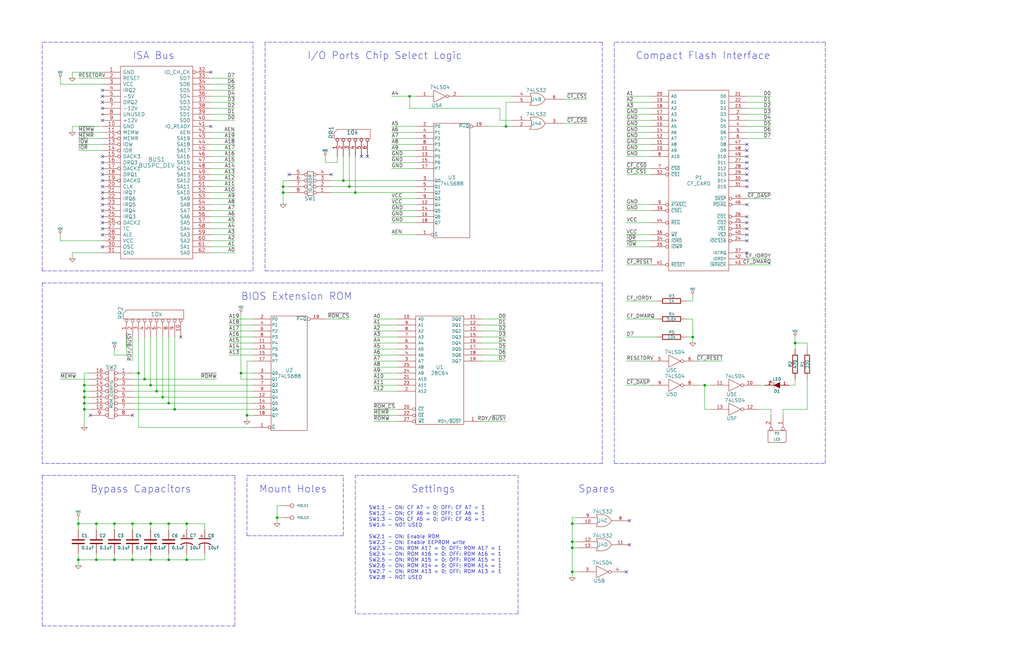
<source format=kicad_sch>
(kicad_sch (version 20250114) (generator "eeschema") (generator_version "9.0")
  (paper "User" 431.8 279.4)
  (title_block (title "Sergey's XT (C) 2010 Sergey Kiselev, GNU Free Documentation License (GFDL)") (date "15 feb 2013"))
  (lib_symbols
    (symbol "28C64_1" (pin_names (offset 1.016))
      (property "Reference" "U" (at 0 1.27 0))
      (property "Value" "28C64" (at 0 -1.27 0))
      (symbol "28C64_1_1_1"
        (pin input line (at -17.78 21.59 0) (length 7.62) (name "A0") (number "10"))
        (pin input line (at -17.78 19.05 0) (length 7.62) (name "A1") (number "9"))
        (pin input line (at -17.78 16.51 0) (length 7.62) (name "A2") (number "8"))
        (pin input line (at -17.78 13.97 0) (length 7.62) (name "A3") (number "7"))
        (pin input line (at -17.78 11.43 0) (length 7.62) (name "A4") (number "6"))
        (pin input line (at -17.78 8.89 0) (length 7.62) (name "A5") (number "5"))
        (pin input line (at -17.78 6.35 0) (length 7.62) (name "A6") (number "4"))
        (pin input line (at -17.78 3.81 0) (length 7.62) (name "A7") (number "3"))
        (pin input line (at -17.78 1.27 0) (length 7.62) (name "A8") (number "25"))
        (pin input line (at -17.78 -1.27 0) (length 7.62) (name "A9") (number "24"))
        (pin input line (at -17.78 -3.81 0) (length 7.62) (name "A10") (number "21"))
        (pin input line (at -17.78 -6.35 0) (length 7.62) (name "A11") (number "23"))
        (pin input line (at -17.78 -8.89 0) (length 7.62) (name "A12") (number "2"))
        (pin input inverted (at -17.78 -16.51 0) (length 7.62) (name "~{CE}") (number "20"))
        (pin input inverted (at -17.78 -19.05 0) (length 7.62) (name "~{OE}") (number "22"))
        (pin input inverted (at -17.78 -21.59 0) (length 7.62) (name "~{WE}") (number "27"))
        (pin power_in line (at 0 22.86 270) (length 0) (hide yes) (name "VCC") (number "28"))
        (pin power_in line (at 0 -22.86 90) (length 0) (hide yes) (name "GND") (number "14"))
        (pin no_connect line (at 10.16 -19.05 180) (length 0) (hide yes) (name "NC") (number "26"))
        (pin bidirectional line (at 17.78 21.59 180) (length 7.62) (name "DQ0") (number "11"))
        (pin bidirectional line (at 17.78 19.05 180) (length 7.62) (name "DQ1") (number "12"))
        (pin bidirectional line (at 17.78 16.51 180) (length 7.62) (name "DQ2") (number "13"))
        (pin bidirectional line (at 17.78 13.97 180) (length 7.62) (name "DQ3") (number "15"))
        (pin bidirectional line (at 17.78 11.43 180) (length 7.62) (name "DQ4") (number "16"))
        (pin bidirectional line (at 17.78 8.89 180) (length 7.62) (name "DQ5") (number "17"))
        (pin bidirectional line (at 17.78 6.35 180) (length 7.62) (name "DQ6") (number "18"))
        (pin bidirectional line (at 17.78 3.81 180) (length 7.62) (name "DQ7") (number "19"))
        (pin output line (at 17.78 -21.59 180) (length 7.62) (name "RDY/~{BUSY}") (number "1"))
      )
    )
    (symbol "28C64_2" (pin_names (offset 1.016))
      (property "Reference" "U" (at 0 1.27 0))
      (property "Value" "28C64" (at 0 -1.27 0))
      (symbol "28C64_2_1_1"
        (pin input line (at -17.78 21.59 0) (length 7.62) (name "A0") (number "10"))
        (pin input line (at -17.78 19.05 0) (length 7.62) (name "A1") (number "9"))
        (pin input line (at -17.78 16.51 0) (length 7.62) (name "A2") (number "8"))
        (pin input line (at -17.78 13.97 0) (length 7.62) (name "A3") (number "7"))
        (pin input line (at -17.78 11.43 0) (length 7.62) (name "A4") (number "6"))
        (pin input line (at -17.78 8.89 0) (length 7.62) (name "A5") (number "5"))
        (pin input line (at -17.78 6.35 0) (length 7.62) (name "A6") (number "4"))
        (pin input line (at -17.78 3.81 0) (length 7.62) (name "A7") (number "3"))
        (pin input line (at -17.78 1.27 0) (length 7.62) (name "A8") (number "25"))
        (pin input line (at -17.78 -1.27 0) (length 7.62) (name "A9") (number "24"))
        (pin input line (at -17.78 -3.81 0) (length 7.62) (name "A10") (number "21"))
        (pin input line (at -17.78 -6.35 0) (length 7.62) (name "A11") (number "23"))
        (pin input line (at -17.78 -8.89 0) (length 7.62) (name "A12") (number "2"))
        (pin input inverted (at -17.78 -16.51 0) (length 7.62) (name "~{CE}") (number "20"))
        (pin input inverted (at -17.78 -19.05 0) (length 7.62) (name "~{OE}") (number "22"))
        (pin input inverted (at -17.78 -21.59 0) (length 7.62) (name "~{WE}") (number "27"))
        (pin power_in line (at 0 22.86 270) (length 0) (hide yes) (name "VCC") (number "28"))
        (pin power_in line (at 0 -22.86 90) (length 0) (hide yes) (name "GND") (number "14"))
        (pin no_connect line (at 10.16 -19.05 180) (length 0) (hide yes) (name "NC") (number "26"))
        (pin bidirectional line (at 17.78 21.59 180) (length 7.62) (name "DQ0") (number "11"))
        (pin bidirectional line (at 17.78 19.05 180) (length 7.62) (name "DQ1") (number "12"))
        (pin bidirectional line (at 17.78 16.51 180) (length 7.62) (name "DQ2") (number "13"))
        (pin bidirectional line (at 17.78 13.97 180) (length 7.62) (name "DQ3") (number "15"))
        (pin bidirectional line (at 17.78 11.43 180) (length 7.62) (name "DQ4") (number "16"))
        (pin bidirectional line (at 17.78 8.89 180) (length 7.62) (name "DQ5") (number "17"))
        (pin bidirectional line (at 17.78 6.35 180) (length 7.62) (name "DQ6") (number "18"))
        (pin bidirectional line (at 17.78 3.81 180) (length 7.62) (name "DQ7") (number "19"))
        (pin output line (at 17.78 -21.59 180) (length 7.62) (name "RDY/~{BUSY}") (number "1"))
      )
    )
    (symbol "74LS04_1" (pin_names (offset 0.762))
      (property "Reference" "U" (at -1.27 -3.81 0))
      (property "Value" "74LS04" (at 0 3.81 0))
      (symbol "74LS04_1_0_0"
        (pin power_in line (at -2.54 2.54 90) (length 0) (hide yes) (name "VCC") (number "14"))
        (pin power_in line (at -2.54 -2.54 90) (length 0) (hide yes) (name "GND") (number "7"))
      )
      (symbol "74LS04_1_1_1"
        (pin input line (at -10.16 0 0) (length 7.62) (name "~") (number "1"))
        (pin output inverted (at 10.16 0 180) (length 7.62) (name "~") (number "2"))
      )
      (symbol "74LS04_1_1_2"
        (pin input inverted (at -10.16 0 0) (length 7.62) (name "~") (number "1"))
        (pin output line (at 10.16 0 180) (length 7.62) (name "~") (number "2"))
      )
      (symbol "74LS04_1_2_1"
        (pin input line (at -10.16 0 0) (length 7.62) (name "~") (number "3"))
        (pin output inverted (at 10.16 0 180) (length 7.62) (name "~") (number "4"))
      )
      (symbol "74LS04_1_2_2"
        (pin input inverted (at -10.16 0 0) (length 7.62) (name "~") (number "3"))
        (pin output line (at 10.16 0 180) (length 7.62) (name "~") (number "4"))
      )
      (symbol "74LS04_1_3_1"
        (pin input line (at -10.16 0 0) (length 7.62) (name "~") (number "5"))
        (pin output inverted (at 10.16 0 180) (length 7.62) (name "~") (number "6"))
      )
      (symbol "74LS04_1_3_2"
        (pin input inverted (at -10.16 0 0) (length 7.62) (name "~") (number "5"))
        (pin output line (at 10.16 0 180) (length 7.62) (name "~") (number "6"))
      )
      (symbol "74LS04_1_4_1"
        (pin input line (at -10.16 0 0) (length 7.62) (name "~") (number "9"))
        (pin output inverted (at 10.16 0 180) (length 7.62) (name "~") (number "8"))
      )
      (symbol "74LS04_1_4_2"
        (pin input inverted (at -10.16 0 0) (length 7.62) (name "~") (number "9"))
        (pin output line (at 10.16 0 180) (length 7.62) (name "~") (number "8"))
      )
      (symbol "74LS04_1_5_1"
        (pin input line (at -10.16 0 0) (length 7.62) (name "~") (number "11"))
        (pin output inverted (at 10.16 0 180) (length 7.62) (name "~") (number "10"))
      )
      (symbol "74LS04_1_5_2"
        (pin input inverted (at -10.16 0 0) (length 7.62) (name "~") (number "11"))
        (pin output line (at 10.16 0 180) (length 7.62) (name "~") (number "10"))
      )
      (symbol "74LS04_1_6_1"
        (pin input line (at -10.16 0 0) (length 7.62) (name "~") (number "13"))
        (pin output inverted (at 10.16 0 180) (length 7.62) (name "~") (number "12"))
      )
      (symbol "74LS04_1_6_2"
        (pin input inverted (at -10.16 0 0) (length 7.62) (name "~") (number "13"))
        (pin output line (at 10.16 0 180) (length 7.62) (name "~") (number "12"))
      )
    )
    (symbol "74LS04_10" (pin_names (offset 0.762))
      (property "Reference" "U" (at -1.27 -3.81 0))
      (property "Value" "74LS04" (at 0 3.81 0))
      (symbol "74LS04_10_0_0"
        (pin power_in line (at -2.54 2.54 90) (length 0) (hide yes) (name "VCC") (number "14"))
        (pin power_in line (at -2.54 -2.54 90) (length 0) (hide yes) (name "GND") (number "7"))
      )
      (symbol "74LS04_10_1_1"
        (pin input line (at -10.16 0 0) (length 7.62) (name "~") (number "1"))
        (pin output inverted (at 10.16 0 180) (length 7.62) (name "~") (number "2"))
      )
      (symbol "74LS04_10_1_2"
        (pin input inverted (at -10.16 0 0) (length 7.62) (name "~") (number "1"))
        (pin output line (at 10.16 0 180) (length 7.62) (name "~") (number "2"))
      )
      (symbol "74LS04_10_2_1"
        (pin input line (at -10.16 0 0) (length 7.62) (name "~") (number "3"))
        (pin output inverted (at 10.16 0 180) (length 7.62) (name "~") (number "4"))
      )
      (symbol "74LS04_10_2_2"
        (pin input inverted (at -10.16 0 0) (length 7.62) (name "~") (number "3"))
        (pin output line (at 10.16 0 180) (length 7.62) (name "~") (number "4"))
      )
      (symbol "74LS04_10_3_1"
        (pin input line (at -10.16 0 0) (length 7.62) (name "~") (number "5"))
        (pin output inverted (at 10.16 0 180) (length 7.62) (name "~") (number "6"))
      )
      (symbol "74LS04_10_3_2"
        (pin input inverted (at -10.16 0 0) (length 7.62) (name "~") (number "5"))
        (pin output line (at 10.16 0 180) (length 7.62) (name "~") (number "6"))
      )
      (symbol "74LS04_10_4_1"
        (pin input line (at -10.16 0 0) (length 7.62) (name "~") (number "9"))
        (pin output inverted (at 10.16 0 180) (length 7.62) (name "~") (number "8"))
      )
      (symbol "74LS04_10_4_2"
        (pin input inverted (at -10.16 0 0) (length 7.62) (name "~") (number "9"))
        (pin output line (at 10.16 0 180) (length 7.62) (name "~") (number "8"))
      )
      (symbol "74LS04_10_5_1"
        (pin input line (at -10.16 0 0) (length 7.62) (name "~") (number "11"))
        (pin output inverted (at 10.16 0 180) (length 7.62) (name "~") (number "10"))
      )
      (symbol "74LS04_10_5_2"
        (pin input inverted (at -10.16 0 0) (length 7.62) (name "~") (number "11"))
        (pin output line (at 10.16 0 180) (length 7.62) (name "~") (number "10"))
      )
      (symbol "74LS04_10_6_1"
        (pin input line (at -10.16 0 0) (length 7.62) (name "~") (number "13"))
        (pin output inverted (at 10.16 0 180) (length 7.62) (name "~") (number "12"))
      )
      (symbol "74LS04_10_6_2"
        (pin input inverted (at -10.16 0 0) (length 7.62) (name "~") (number "13"))
        (pin output line (at 10.16 0 180) (length 7.62) (name "~") (number "12"))
      )
    )
    (symbol "74LS04_11" (pin_names (offset 0.762))
      (property "Reference" "U" (at -1.27 -3.81 0))
      (property "Value" "74LS04" (at 0 3.81 0))
      (symbol "74LS04_11_0_0"
        (pin power_in line (at -2.54 2.54 90) (length 0) (hide yes) (name "VCC") (number "14"))
        (pin power_in line (at -2.54 -2.54 90) (length 0) (hide yes) (name "GND") (number "7"))
      )
      (symbol "74LS04_11_1_1"
        (pin input line (at -10.16 0 0) (length 7.62) (name "~") (number "1"))
        (pin output inverted (at 10.16 0 180) (length 7.62) (name "~") (number "2"))
      )
      (symbol "74LS04_11_1_2"
        (pin input inverted (at -10.16 0 0) (length 7.62) (name "~") (number "1"))
        (pin output line (at 10.16 0 180) (length 7.62) (name "~") (number "2"))
      )
      (symbol "74LS04_11_2_1"
        (pin input line (at -10.16 0 0) (length 7.62) (name "~") (number "3"))
        (pin output inverted (at 10.16 0 180) (length 7.62) (name "~") (number "4"))
      )
      (symbol "74LS04_11_2_2"
        (pin input inverted (at -10.16 0 0) (length 7.62) (name "~") (number "3"))
        (pin output line (at 10.16 0 180) (length 7.62) (name "~") (number "4"))
      )
      (symbol "74LS04_11_3_1"
        (pin input line (at -10.16 0 0) (length 7.62) (name "~") (number "5"))
        (pin output inverted (at 10.16 0 180) (length 7.62) (name "~") (number "6"))
      )
      (symbol "74LS04_11_3_2"
        (pin input inverted (at -10.16 0 0) (length 7.62) (name "~") (number "5"))
        (pin output line (at 10.16 0 180) (length 7.62) (name "~") (number "6"))
      )
      (symbol "74LS04_11_4_1"
        (pin input line (at -10.16 0 0) (length 7.62) (name "~") (number "9"))
        (pin output inverted (at 10.16 0 180) (length 7.62) (name "~") (number "8"))
      )
      (symbol "74LS04_11_4_2"
        (pin input inverted (at -10.16 0 0) (length 7.62) (name "~") (number "9"))
        (pin output line (at 10.16 0 180) (length 7.62) (name "~") (number "8"))
      )
      (symbol "74LS04_11_5_1"
        (pin input line (at -10.16 0 0) (length 7.62) (name "~") (number "11"))
        (pin output inverted (at 10.16 0 180) (length 7.62) (name "~") (number "10"))
      )
      (symbol "74LS04_11_5_2"
        (pin input inverted (at -10.16 0 0) (length 7.62) (name "~") (number "11"))
        (pin output line (at 10.16 0 180) (length 7.62) (name "~") (number "10"))
      )
      (symbol "74LS04_11_6_1"
        (pin input line (at -10.16 0 0) (length 7.62) (name "~") (number "13"))
        (pin output inverted (at 10.16 0 180) (length 7.62) (name "~") (number "12"))
      )
      (symbol "74LS04_11_6_2"
        (pin input inverted (at -10.16 0 0) (length 7.62) (name "~") (number "13"))
        (pin output line (at 10.16 0 180) (length 7.62) (name "~") (number "12"))
      )
    )
    (symbol "74LS04_12" (pin_names (offset 0.762))
      (property "Reference" "U" (at -1.27 -3.81 0))
      (property "Value" "74LS04" (at 0 3.81 0))
      (symbol "74LS04_12_0_0"
        (pin power_in line (at -2.54 2.54 90) (length 0) (hide yes) (name "VCC") (number "14"))
        (pin power_in line (at -2.54 -2.54 90) (length 0) (hide yes) (name "GND") (number "7"))
      )
      (symbol "74LS04_12_1_1"
        (pin input line (at -10.16 0 0) (length 7.62) (name "~") (number "1"))
        (pin output inverted (at 10.16 0 180) (length 7.62) (name "~") (number "2"))
      )
      (symbol "74LS04_12_1_2"
        (pin input inverted (at -10.16 0 0) (length 7.62) (name "~") (number "1"))
        (pin output line (at 10.16 0 180) (length 7.62) (name "~") (number "2"))
      )
      (symbol "74LS04_12_2_1"
        (pin input line (at -10.16 0 0) (length 7.62) (name "~") (number "3"))
        (pin output inverted (at 10.16 0 180) (length 7.62) (name "~") (number "4"))
      )
      (symbol "74LS04_12_2_2"
        (pin input inverted (at -10.16 0 0) (length 7.62) (name "~") (number "3"))
        (pin output line (at 10.16 0 180) (length 7.62) (name "~") (number "4"))
      )
      (symbol "74LS04_12_3_1"
        (pin input line (at -10.16 0 0) (length 7.62) (name "~") (number "5"))
        (pin output inverted (at 10.16 0 180) (length 7.62) (name "~") (number "6"))
      )
      (symbol "74LS04_12_3_2"
        (pin input inverted (at -10.16 0 0) (length 7.62) (name "~") (number "5"))
        (pin output line (at 10.16 0 180) (length 7.62) (name "~") (number "6"))
      )
      (symbol "74LS04_12_4_1"
        (pin input line (at -10.16 0 0) (length 7.62) (name "~") (number "9"))
        (pin output inverted (at 10.16 0 180) (length 7.62) (name "~") (number "8"))
      )
      (symbol "74LS04_12_4_2"
        (pin input inverted (at -10.16 0 0) (length 7.62) (name "~") (number "9"))
        (pin output line (at 10.16 0 180) (length 7.62) (name "~") (number "8"))
      )
      (symbol "74LS04_12_5_1"
        (pin input line (at -10.16 0 0) (length 7.62) (name "~") (number "11"))
        (pin output inverted (at 10.16 0 180) (length 7.62) (name "~") (number "10"))
      )
      (symbol "74LS04_12_5_2"
        (pin input inverted (at -10.16 0 0) (length 7.62) (name "~") (number "11"))
        (pin output line (at 10.16 0 180) (length 7.62) (name "~") (number "10"))
      )
      (symbol "74LS04_12_6_1"
        (pin input line (at -10.16 0 0) (length 7.62) (name "~") (number "13"))
        (pin output inverted (at 10.16 0 180) (length 7.62) (name "~") (number "12"))
      )
      (symbol "74LS04_12_6_2"
        (pin input inverted (at -10.16 0 0) (length 7.62) (name "~") (number "13"))
        (pin output line (at 10.16 0 180) (length 7.62) (name "~") (number "12"))
      )
    )
    (symbol "74LS04_2" (pin_names (offset 0.762))
      (property "Reference" "U" (at -1.27 -3.81 0))
      (property "Value" "74LS04" (at 0 3.81 0))
      (symbol "74LS04_2_0_0"
        (pin power_in line (at -2.54 2.54 90) (length 0) (hide yes) (name "VCC") (number "14"))
        (pin power_in line (at -2.54 -2.54 90) (length 0) (hide yes) (name "GND") (number "7"))
      )
      (symbol "74LS04_2_1_1"
        (pin input line (at -10.16 0 0) (length 7.62) (name "~") (number "1"))
        (pin output inverted (at 10.16 0 180) (length 7.62) (name "~") (number "2"))
      )
      (symbol "74LS04_2_1_2"
        (pin input inverted (at -10.16 0 0) (length 7.62) (name "~") (number "1"))
        (pin output line (at 10.16 0 180) (length 7.62) (name "~") (number "2"))
      )
      (symbol "74LS04_2_2_1"
        (pin input line (at -10.16 0 0) (length 7.62) (name "~") (number "3"))
        (pin output inverted (at 10.16 0 180) (length 7.62) (name "~") (number "4"))
      )
      (symbol "74LS04_2_2_2"
        (pin input inverted (at -10.16 0 0) (length 7.62) (name "~") (number "3"))
        (pin output line (at 10.16 0 180) (length 7.62) (name "~") (number "4"))
      )
      (symbol "74LS04_2_3_1"
        (pin input line (at -10.16 0 0) (length 7.62) (name "~") (number "5"))
        (pin output inverted (at 10.16 0 180) (length 7.62) (name "~") (number "6"))
      )
      (symbol "74LS04_2_3_2"
        (pin input inverted (at -10.16 0 0) (length 7.62) (name "~") (number "5"))
        (pin output line (at 10.16 0 180) (length 7.62) (name "~") (number "6"))
      )
      (symbol "74LS04_2_4_1"
        (pin input line (at -10.16 0 0) (length 7.62) (name "~") (number "9"))
        (pin output inverted (at 10.16 0 180) (length 7.62) (name "~") (number "8"))
      )
      (symbol "74LS04_2_4_2"
        (pin input inverted (at -10.16 0 0) (length 7.62) (name "~") (number "9"))
        (pin output line (at 10.16 0 180) (length 7.62) (name "~") (number "8"))
      )
      (symbol "74LS04_2_5_1"
        (pin input line (at -10.16 0 0) (length 7.62) (name "~") (number "11"))
        (pin output inverted (at 10.16 0 180) (length 7.62) (name "~") (number "10"))
      )
      (symbol "74LS04_2_5_2"
        (pin input inverted (at -10.16 0 0) (length 7.62) (name "~") (number "11"))
        (pin output line (at 10.16 0 180) (length 7.62) (name "~") (number "10"))
      )
      (symbol "74LS04_2_6_1"
        (pin input line (at -10.16 0 0) (length 7.62) (name "~") (number "13"))
        (pin output inverted (at 10.16 0 180) (length 7.62) (name "~") (number "12"))
      )
      (symbol "74LS04_2_6_2"
        (pin input inverted (at -10.16 0 0) (length 7.62) (name "~") (number "13"))
        (pin output line (at 10.16 0 180) (length 7.62) (name "~") (number "12"))
      )
    )
    (symbol "74LS04_3" (pin_names (offset 0.762))
      (property "Reference" "U" (at -1.27 -3.81 0))
      (property "Value" "74LS04" (at 0 3.81 0))
      (symbol "74LS04_3_0_0"
        (pin power_in line (at -2.54 2.54 90) (length 0) (hide yes) (name "VCC") (number "14"))
        (pin power_in line (at -2.54 -2.54 90) (length 0) (hide yes) (name "GND") (number "7"))
      )
      (symbol "74LS04_3_1_1"
        (pin input line (at -10.16 0 0) (length 7.62) (name "~") (number "1"))
        (pin output inverted (at 10.16 0 180) (length 7.62) (name "~") (number "2"))
      )
      (symbol "74LS04_3_1_2"
        (pin input inverted (at -10.16 0 0) (length 7.62) (name "~") (number "1"))
        (pin output line (at 10.16 0 180) (length 7.62) (name "~") (number "2"))
      )
      (symbol "74LS04_3_2_1"
        (pin input line (at -10.16 0 0) (length 7.62) (name "~") (number "3"))
        (pin output inverted (at 10.16 0 180) (length 7.62) (name "~") (number "4"))
      )
      (symbol "74LS04_3_2_2"
        (pin input inverted (at -10.16 0 0) (length 7.62) (name "~") (number "3"))
        (pin output line (at 10.16 0 180) (length 7.62) (name "~") (number "4"))
      )
      (symbol "74LS04_3_3_1"
        (pin input line (at -10.16 0 0) (length 7.62) (name "~") (number "5"))
        (pin output inverted (at 10.16 0 180) (length 7.62) (name "~") (number "6"))
      )
      (symbol "74LS04_3_3_2"
        (pin input inverted (at -10.16 0 0) (length 7.62) (name "~") (number "5"))
        (pin output line (at 10.16 0 180) (length 7.62) (name "~") (number "6"))
      )
      (symbol "74LS04_3_4_1"
        (pin input line (at -10.16 0 0) (length 7.62) (name "~") (number "9"))
        (pin output inverted (at 10.16 0 180) (length 7.62) (name "~") (number "8"))
      )
      (symbol "74LS04_3_4_2"
        (pin input inverted (at -10.16 0 0) (length 7.62) (name "~") (number "9"))
        (pin output line (at 10.16 0 180) (length 7.62) (name "~") (number "8"))
      )
      (symbol "74LS04_3_5_1"
        (pin input line (at -10.16 0 0) (length 7.62) (name "~") (number "11"))
        (pin output inverted (at 10.16 0 180) (length 7.62) (name "~") (number "10"))
      )
      (symbol "74LS04_3_5_2"
        (pin input inverted (at -10.16 0 0) (length 7.62) (name "~") (number "11"))
        (pin output line (at 10.16 0 180) (length 7.62) (name "~") (number "10"))
      )
      (symbol "74LS04_3_6_1"
        (pin input line (at -10.16 0 0) (length 7.62) (name "~") (number "13"))
        (pin output inverted (at 10.16 0 180) (length 7.62) (name "~") (number "12"))
      )
      (symbol "74LS04_3_6_2"
        (pin input inverted (at -10.16 0 0) (length 7.62) (name "~") (number "13"))
        (pin output line (at 10.16 0 180) (length 7.62) (name "~") (number "12"))
      )
    )
    (symbol "74LS04_4" (pin_names (offset 0.762))
      (property "Reference" "U" (at -1.27 -3.81 0))
      (property "Value" "74LS04" (at 0 3.81 0))
      (symbol "74LS04_4_0_0"
        (pin power_in line (at -2.54 2.54 90) (length 0) (hide yes) (name "VCC") (number "14"))
        (pin power_in line (at -2.54 -2.54 90) (length 0) (hide yes) (name "GND") (number "7"))
      )
      (symbol "74LS04_4_1_1"
        (pin input line (at -10.16 0 0) (length 7.62) (name "~") (number "1"))
        (pin output inverted (at 10.16 0 180) (length 7.62) (name "~") (number "2"))
      )
      (symbol "74LS04_4_1_2"
        (pin input inverted (at -10.16 0 0) (length 7.62) (name "~") (number "1"))
        (pin output line (at 10.16 0 180) (length 7.62) (name "~") (number "2"))
      )
      (symbol "74LS04_4_2_1"
        (pin input line (at -10.16 0 0) (length 7.62) (name "~") (number "3"))
        (pin output inverted (at 10.16 0 180) (length 7.62) (name "~") (number "4"))
      )
      (symbol "74LS04_4_2_2"
        (pin input inverted (at -10.16 0 0) (length 7.62) (name "~") (number "3"))
        (pin output line (at 10.16 0 180) (length 7.62) (name "~") (number "4"))
      )
      (symbol "74LS04_4_3_1"
        (pin input line (at -10.16 0 0) (length 7.62) (name "~") (number "5"))
        (pin output inverted (at 10.16 0 180) (length 7.62) (name "~") (number "6"))
      )
      (symbol "74LS04_4_3_2"
        (pin input inverted (at -10.16 0 0) (length 7.62) (name "~") (number "5"))
        (pin output line (at 10.16 0 180) (length 7.62) (name "~") (number "6"))
      )
      (symbol "74LS04_4_4_1"
        (pin input line (at -10.16 0 0) (length 7.62) (name "~") (number "9"))
        (pin output inverted (at 10.16 0 180) (length 7.62) (name "~") (number "8"))
      )
      (symbol "74LS04_4_4_2"
        (pin input inverted (at -10.16 0 0) (length 7.62) (name "~") (number "9"))
        (pin output line (at 10.16 0 180) (length 7.62) (name "~") (number "8"))
      )
      (symbol "74LS04_4_5_1"
        (pin input line (at -10.16 0 0) (length 7.62) (name "~") (number "11"))
        (pin output inverted (at 10.16 0 180) (length 7.62) (name "~") (number "10"))
      )
      (symbol "74LS04_4_5_2"
        (pin input inverted (at -10.16 0 0) (length 7.62) (name "~") (number "11"))
        (pin output line (at 10.16 0 180) (length 7.62) (name "~") (number "10"))
      )
      (symbol "74LS04_4_6_1"
        (pin input line (at -10.16 0 0) (length 7.62) (name "~") (number "13"))
        (pin output inverted (at 10.16 0 180) (length 7.62) (name "~") (number "12"))
      )
      (symbol "74LS04_4_6_2"
        (pin input inverted (at -10.16 0 0) (length 7.62) (name "~") (number "13"))
        (pin output line (at 10.16 0 180) (length 7.62) (name "~") (number "12"))
      )
    )
    (symbol "74LS04_5" (pin_names (offset 0.762))
      (property "Reference" "U" (at -1.27 -3.81 0))
      (property "Value" "74LS04" (at 0 3.81 0))
      (symbol "74LS04_5_0_0"
        (pin power_in line (at -2.54 2.54 90) (length 0) (hide yes) (name "VCC") (number "14"))
        (pin power_in line (at -2.54 -2.54 90) (length 0) (hide yes) (name "GND") (number "7"))
      )
      (symbol "74LS04_5_1_1"
        (pin input line (at -10.16 0 0) (length 7.62) (name "~") (number "1"))
        (pin output inverted (at 10.16 0 180) (length 7.62) (name "~") (number "2"))
      )
      (symbol "74LS04_5_1_2"
        (pin input inverted (at -10.16 0 0) (length 7.62) (name "~") (number "1"))
        (pin output line (at 10.16 0 180) (length 7.62) (name "~") (number "2"))
      )
      (symbol "74LS04_5_2_1"
        (pin input line (at -10.16 0 0) (length 7.62) (name "~") (number "3"))
        (pin output inverted (at 10.16 0 180) (length 7.62) (name "~") (number "4"))
      )
      (symbol "74LS04_5_2_2"
        (pin input inverted (at -10.16 0 0) (length 7.62) (name "~") (number "3"))
        (pin output line (at 10.16 0 180) (length 7.62) (name "~") (number "4"))
      )
      (symbol "74LS04_5_3_1"
        (pin input line (at -10.16 0 0) (length 7.62) (name "~") (number "5"))
        (pin output inverted (at 10.16 0 180) (length 7.62) (name "~") (number "6"))
      )
      (symbol "74LS04_5_3_2"
        (pin input inverted (at -10.16 0 0) (length 7.62) (name "~") (number "5"))
        (pin output line (at 10.16 0 180) (length 7.62) (name "~") (number "6"))
      )
      (symbol "74LS04_5_4_1"
        (pin input line (at -10.16 0 0) (length 7.62) (name "~") (number "9"))
        (pin output inverted (at 10.16 0 180) (length 7.62) (name "~") (number "8"))
      )
      (symbol "74LS04_5_4_2"
        (pin input inverted (at -10.16 0 0) (length 7.62) (name "~") (number "9"))
        (pin output line (at 10.16 0 180) (length 7.62) (name "~") (number "8"))
      )
      (symbol "74LS04_5_5_1"
        (pin input line (at -10.16 0 0) (length 7.62) (name "~") (number "11"))
        (pin output inverted (at 10.16 0 180) (length 7.62) (name "~") (number "10"))
      )
      (symbol "74LS04_5_5_2"
        (pin input inverted (at -10.16 0 0) (length 7.62) (name "~") (number "11"))
        (pin output line (at 10.16 0 180) (length 7.62) (name "~") (number "10"))
      )
      (symbol "74LS04_5_6_1"
        (pin input line (at -10.16 0 0) (length 7.62) (name "~") (number "13"))
        (pin output inverted (at 10.16 0 180) (length 7.62) (name "~") (number "12"))
      )
      (symbol "74LS04_5_6_2"
        (pin input inverted (at -10.16 0 0) (length 7.62) (name "~") (number "13"))
        (pin output line (at 10.16 0 180) (length 7.62) (name "~") (number "12"))
      )
    )
    (symbol "74LS04_6" (pin_names (offset 0.762))
      (property "Reference" "U" (at -1.27 -3.81 0))
      (property "Value" "74LS04" (at 0 3.81 0))
      (symbol "74LS04_6_0_0"
        (pin power_in line (at -2.54 2.54 90) (length 0) (hide yes) (name "VCC") (number "14"))
        (pin power_in line (at -2.54 -2.54 90) (length 0) (hide yes) (name "GND") (number "7"))
      )
      (symbol "74LS04_6_1_1"
        (pin input line (at -10.16 0 0) (length 7.62) (name "~") (number "1"))
        (pin output inverted (at 10.16 0 180) (length 7.62) (name "~") (number "2"))
      )
      (symbol "74LS04_6_1_2"
        (pin input inverted (at -10.16 0 0) (length 7.62) (name "~") (number "1"))
        (pin output line (at 10.16 0 180) (length 7.62) (name "~") (number "2"))
      )
      (symbol "74LS04_6_2_1"
        (pin input line (at -10.16 0 0) (length 7.62) (name "~") (number "3"))
        (pin output inverted (at 10.16 0 180) (length 7.62) (name "~") (number "4"))
      )
      (symbol "74LS04_6_2_2"
        (pin input inverted (at -10.16 0 0) (length 7.62) (name "~") (number "3"))
        (pin output line (at 10.16 0 180) (length 7.62) (name "~") (number "4"))
      )
      (symbol "74LS04_6_3_1"
        (pin input line (at -10.16 0 0) (length 7.62) (name "~") (number "5"))
        (pin output inverted (at 10.16 0 180) (length 7.62) (name "~") (number "6"))
      )
      (symbol "74LS04_6_3_2"
        (pin input inverted (at -10.16 0 0) (length 7.62) (name "~") (number "5"))
        (pin output line (at 10.16 0 180) (length 7.62) (name "~") (number "6"))
      )
      (symbol "74LS04_6_4_1"
        (pin input line (at -10.16 0 0) (length 7.62) (name "~") (number "9"))
        (pin output inverted (at 10.16 0 180) (length 7.62) (name "~") (number "8"))
      )
      (symbol "74LS04_6_4_2"
        (pin input inverted (at -10.16 0 0) (length 7.62) (name "~") (number "9"))
        (pin output line (at 10.16 0 180) (length 7.62) (name "~") (number "8"))
      )
      (symbol "74LS04_6_5_1"
        (pin input line (at -10.16 0 0) (length 7.62) (name "~") (number "11"))
        (pin output inverted (at 10.16 0 180) (length 7.62) (name "~") (number "10"))
      )
      (symbol "74LS04_6_5_2"
        (pin input inverted (at -10.16 0 0) (length 7.62) (name "~") (number "11"))
        (pin output line (at 10.16 0 180) (length 7.62) (name "~") (number "10"))
      )
      (symbol "74LS04_6_6_1"
        (pin input line (at -10.16 0 0) (length 7.62) (name "~") (number "13"))
        (pin output inverted (at 10.16 0 180) (length 7.62) (name "~") (number "12"))
      )
      (symbol "74LS04_6_6_2"
        (pin input inverted (at -10.16 0 0) (length 7.62) (name "~") (number "13"))
        (pin output line (at 10.16 0 180) (length 7.62) (name "~") (number "12"))
      )
    )
    (symbol "74LS04_7" (pin_names (offset 0.762))
      (property "Reference" "U" (at -1.27 -3.81 0))
      (property "Value" "74LS04" (at 0 3.81 0))
      (symbol "74LS04_7_0_0"
        (pin power_in line (at -2.54 2.54 90) (length 0) (hide yes) (name "VCC") (number "14"))
        (pin power_in line (at -2.54 -2.54 90) (length 0) (hide yes) (name "GND") (number "7"))
      )
      (symbol "74LS04_7_1_1"
        (pin input line (at -10.16 0 0) (length 7.62) (name "~") (number "1"))
        (pin output inverted (at 10.16 0 180) (length 7.62) (name "~") (number "2"))
      )
      (symbol "74LS04_7_1_2"
        (pin input inverted (at -10.16 0 0) (length 7.62) (name "~") (number "1"))
        (pin output line (at 10.16 0 180) (length 7.62) (name "~") (number "2"))
      )
      (symbol "74LS04_7_2_1"
        (pin input line (at -10.16 0 0) (length 7.62) (name "~") (number "3"))
        (pin output inverted (at 10.16 0 180) (length 7.62) (name "~") (number "4"))
      )
      (symbol "74LS04_7_2_2"
        (pin input inverted (at -10.16 0 0) (length 7.62) (name "~") (number "3"))
        (pin output line (at 10.16 0 180) (length 7.62) (name "~") (number "4"))
      )
      (symbol "74LS04_7_3_1"
        (pin input line (at -10.16 0 0) (length 7.62) (name "~") (number "5"))
        (pin output inverted (at 10.16 0 180) (length 7.62) (name "~") (number "6"))
      )
      (symbol "74LS04_7_3_2"
        (pin input inverted (at -10.16 0 0) (length 7.62) (name "~") (number "5"))
        (pin output line (at 10.16 0 180) (length 7.62) (name "~") (number "6"))
      )
      (symbol "74LS04_7_4_1"
        (pin input line (at -10.16 0 0) (length 7.62) (name "~") (number "9"))
        (pin output inverted (at 10.16 0 180) (length 7.62) (name "~") (number "8"))
      )
      (symbol "74LS04_7_4_2"
        (pin input inverted (at -10.16 0 0) (length 7.62) (name "~") (number "9"))
        (pin output line (at 10.16 0 180) (length 7.62) (name "~") (number "8"))
      )
      (symbol "74LS04_7_5_1"
        (pin input line (at -10.16 0 0) (length 7.62) (name "~") (number "11"))
        (pin output inverted (at 10.16 0 180) (length 7.62) (name "~") (number "10"))
      )
      (symbol "74LS04_7_5_2"
        (pin input inverted (at -10.16 0 0) (length 7.62) (name "~") (number "11"))
        (pin output line (at 10.16 0 180) (length 7.62) (name "~") (number "10"))
      )
      (symbol "74LS04_7_6_1"
        (pin input line (at -10.16 0 0) (length 7.62) (name "~") (number "13"))
        (pin output inverted (at 10.16 0 180) (length 7.62) (name "~") (number "12"))
      )
      (symbol "74LS04_7_6_2"
        (pin input inverted (at -10.16 0 0) (length 7.62) (name "~") (number "13"))
        (pin output line (at 10.16 0 180) (length 7.62) (name "~") (number "12"))
      )
    )
    (symbol "74LS04_8" (pin_names (offset 0.762))
      (property "Reference" "U" (at -1.27 -3.81 0))
      (property "Value" "74LS04" (at 0 3.81 0))
      (symbol "74LS04_8_0_0"
        (pin power_in line (at -2.54 2.54 90) (length 0) (hide yes) (name "VCC") (number "14"))
        (pin power_in line (at -2.54 -2.54 90) (length 0) (hide yes) (name "GND") (number "7"))
      )
      (symbol "74LS04_8_1_1"
        (pin input line (at -10.16 0 0) (length 7.62) (name "~") (number "1"))
        (pin output inverted (at 10.16 0 180) (length 7.62) (name "~") (number "2"))
      )
      (symbol "74LS04_8_1_2"
        (pin input inverted (at -10.16 0 0) (length 7.62) (name "~") (number "1"))
        (pin output line (at 10.16 0 180) (length 7.62) (name "~") (number "2"))
      )
      (symbol "74LS04_8_2_1"
        (pin input line (at -10.16 0 0) (length 7.62) (name "~") (number "3"))
        (pin output inverted (at 10.16 0 180) (length 7.62) (name "~") (number "4"))
      )
      (symbol "74LS04_8_2_2"
        (pin input inverted (at -10.16 0 0) (length 7.62) (name "~") (number "3"))
        (pin output line (at 10.16 0 180) (length 7.62) (name "~") (number "4"))
      )
      (symbol "74LS04_8_3_1"
        (pin input line (at -10.16 0 0) (length 7.62) (name "~") (number "5"))
        (pin output inverted (at 10.16 0 180) (length 7.62) (name "~") (number "6"))
      )
      (symbol "74LS04_8_3_2"
        (pin input inverted (at -10.16 0 0) (length 7.62) (name "~") (number "5"))
        (pin output line (at 10.16 0 180) (length 7.62) (name "~") (number "6"))
      )
      (symbol "74LS04_8_4_1"
        (pin input line (at -10.16 0 0) (length 7.62) (name "~") (number "9"))
        (pin output inverted (at 10.16 0 180) (length 7.62) (name "~") (number "8"))
      )
      (symbol "74LS04_8_4_2"
        (pin input inverted (at -10.16 0 0) (length 7.62) (name "~") (number "9"))
        (pin output line (at 10.16 0 180) (length 7.62) (name "~") (number "8"))
      )
      (symbol "74LS04_8_5_1"
        (pin input line (at -10.16 0 0) (length 7.62) (name "~") (number "11"))
        (pin output inverted (at 10.16 0 180) (length 7.62) (name "~") (number "10"))
      )
      (symbol "74LS04_8_5_2"
        (pin input inverted (at -10.16 0 0) (length 7.62) (name "~") (number "11"))
        (pin output line (at 10.16 0 180) (length 7.62) (name "~") (number "10"))
      )
      (symbol "74LS04_8_6_1"
        (pin input line (at -10.16 0 0) (length 7.62) (name "~") (number "13"))
        (pin output inverted (at 10.16 0 180) (length 7.62) (name "~") (number "12"))
      )
      (symbol "74LS04_8_6_2"
        (pin input inverted (at -10.16 0 0) (length 7.62) (name "~") (number "13"))
        (pin output line (at 10.16 0 180) (length 7.62) (name "~") (number "12"))
      )
    )
    (symbol "74LS04_9" (pin_names (offset 0.762))
      (property "Reference" "U" (at -1.27 -3.81 0))
      (property "Value" "74LS04" (at 0 3.81 0))
      (symbol "74LS04_9_0_0"
        (pin power_in line (at -2.54 2.54 90) (length 0) (hide yes) (name "VCC") (number "14"))
        (pin power_in line (at -2.54 -2.54 90) (length 0) (hide yes) (name "GND") (number "7"))
      )
      (symbol "74LS04_9_1_1"
        (pin input line (at -10.16 0 0) (length 7.62) (name "~") (number "1"))
        (pin output inverted (at 10.16 0 180) (length 7.62) (name "~") (number "2"))
      )
      (symbol "74LS04_9_1_2"
        (pin input inverted (at -10.16 0 0) (length 7.62) (name "~") (number "1"))
        (pin output line (at 10.16 0 180) (length 7.62) (name "~") (number "2"))
      )
      (symbol "74LS04_9_2_1"
        (pin input line (at -10.16 0 0) (length 7.62) (name "~") (number "3"))
        (pin output inverted (at 10.16 0 180) (length 7.62) (name "~") (number "4"))
      )
      (symbol "74LS04_9_2_2"
        (pin input inverted (at -10.16 0 0) (length 7.62) (name "~") (number "3"))
        (pin output line (at 10.16 0 180) (length 7.62) (name "~") (number "4"))
      )
      (symbol "74LS04_9_3_1"
        (pin input line (at -10.16 0 0) (length 7.62) (name "~") (number "5"))
        (pin output inverted (at 10.16 0 180) (length 7.62) (name "~") (number "6"))
      )
      (symbol "74LS04_9_3_2"
        (pin input inverted (at -10.16 0 0) (length 7.62) (name "~") (number "5"))
        (pin output line (at 10.16 0 180) (length 7.62) (name "~") (number "6"))
      )
      (symbol "74LS04_9_4_1"
        (pin input line (at -10.16 0 0) (length 7.62) (name "~") (number "9"))
        (pin output inverted (at 10.16 0 180) (length 7.62) (name "~") (number "8"))
      )
      (symbol "74LS04_9_4_2"
        (pin input inverted (at -10.16 0 0) (length 7.62) (name "~") (number "9"))
        (pin output line (at 10.16 0 180) (length 7.62) (name "~") (number "8"))
      )
      (symbol "74LS04_9_5_1"
        (pin input line (at -10.16 0 0) (length 7.62) (name "~") (number "11"))
        (pin output inverted (at 10.16 0 180) (length 7.62) (name "~") (number "10"))
      )
      (symbol "74LS04_9_5_2"
        (pin input inverted (at -10.16 0 0) (length 7.62) (name "~") (number "11"))
        (pin output line (at 10.16 0 180) (length 7.62) (name "~") (number "10"))
      )
      (symbol "74LS04_9_6_1"
        (pin input line (at -10.16 0 0) (length 7.62) (name "~") (number "13"))
        (pin output inverted (at 10.16 0 180) (length 7.62) (name "~") (number "12"))
      )
      (symbol "74LS04_9_6_2"
        (pin input inverted (at -10.16 0 0) (length 7.62) (name "~") (number "13"))
        (pin output line (at 10.16 0 180) (length 7.62) (name "~") (number "12"))
      )
    )
    (symbol "74LS32_1" (pin_names (offset 0.762))
      (property "Reference" "U" (at 0 0 0))
      (property "Value" "74LS32" (at 0 3.81 0))
      (symbol "74LS32_1_0_0"
        (pin power_in line (at -1.27 2.54 90) (length 0) (hide yes) (name "VCC") (number "14"))
        (pin power_in line (at -1.27 -2.54 90) (length 0) (hide yes) (name "GND") (number "7"))
      )
      (symbol "74LS32_1_1_1"
        (pin input line (at -10.16 1.27 0) (length 8.001) (name "~") (number "1"))
        (pin input line (at -10.16 -1.27 0) (length 8.001) (name "~") (number "2"))
        (pin output line (at 11.43 0 180) (length 7.62) (name "~") (number "3"))
      )
      (symbol "74LS32_1_1_2"
        (pin input line (at -10.16 1.27 0) (length 7.62) (name "~") (number "1"))
        (pin input line (at -10.16 -1.27 0) (length 7.62) (name "~") (number "2"))
        (pin output inverted (at 11.43 0 180) (length 7.62) (name "~") (number "3"))
      )
      (symbol "74LS32_1_2_1"
        (pin input line (at -10.16 1.27 0) (length 8.001) (name "~") (number "4"))
        (pin input line (at -10.16 -1.27 0) (length 8.001) (name "~") (number "5"))
        (pin output line (at 11.43 0 180) (length 7.62) (name "~") (number "6"))
      )
      (symbol "74LS32_1_2_2"
        (pin input line (at -10.16 1.27 0) (length 7.62) (name "~") (number "4"))
        (pin input line (at -10.16 -1.27 0) (length 7.62) (name "~") (number "5"))
        (pin output inverted (at 11.43 0 180) (length 7.62) (name "~") (number "6"))
      )
      (symbol "74LS32_1_3_1"
        (pin input line (at -10.16 1.27 0) (length 8.001) (name "~") (number "9"))
        (pin input line (at -10.16 -1.27 0) (length 8.001) (name "~") (number "10"))
        (pin output line (at 11.43 0 180) (length 7.62) (name "~") (number "8"))
      )
      (symbol "74LS32_1_3_2"
        (pin input line (at -10.16 1.27 0) (length 7.62) (name "~") (number "9"))
        (pin input line (at -10.16 -1.27 0) (length 7.62) (name "~") (number "10"))
        (pin output inverted (at 11.43 0 180) (length 7.62) (name "~") (number "8"))
      )
      (symbol "74LS32_1_4_1"
        (pin input line (at -10.16 1.27 0) (length 8.001) (name "~") (number "12"))
        (pin input line (at -10.16 -1.27 0) (length 8.001) (name "~") (number "13"))
        (pin output line (at 11.43 0 180) (length 7.62) (name "~") (number "11"))
      )
      (symbol "74LS32_1_4_2"
        (pin input line (at -10.16 1.27 0) (length 7.62) (name "~") (number "12"))
        (pin input line (at -10.16 -1.27 0) (length 7.62) (name "~") (number "13"))
        (pin output inverted (at 11.43 0 180) (length 7.62) (name "~") (number "11"))
      )
    )
    (symbol "74LS32_2" (pin_names (offset 0.762))
      (property "Reference" "U" (at 0 0 0))
      (property "Value" "74LS32" (at 0 3.81 0))
      (symbol "74LS32_2_0_0"
        (pin power_in line (at -1.27 2.54 90) (length 0) (hide yes) (name "VCC") (number "14"))
        (pin power_in line (at -1.27 -2.54 90) (length 0) (hide yes) (name "GND") (number "7"))
      )
      (symbol "74LS32_2_1_1"
        (pin input line (at -10.16 1.27 0) (length 8.001) (name "~") (number "1"))
        (pin input line (at -10.16 -1.27 0) (length 8.001) (name "~") (number "2"))
        (pin output line (at 11.43 0 180) (length 7.62) (name "~") (number "3"))
      )
      (symbol "74LS32_2_1_2"
        (pin input line (at -10.16 1.27 0) (length 7.62) (name "~") (number "1"))
        (pin input line (at -10.16 -1.27 0) (length 7.62) (name "~") (number "2"))
        (pin output inverted (at 11.43 0 180) (length 7.62) (name "~") (number "3"))
      )
      (symbol "74LS32_2_2_1"
        (pin input line (at -10.16 1.27 0) (length 8.001) (name "~") (number "4"))
        (pin input line (at -10.16 -1.27 0) (length 8.001) (name "~") (number "5"))
        (pin output line (at 11.43 0 180) (length 7.62) (name "~") (number "6"))
      )
      (symbol "74LS32_2_2_2"
        (pin input line (at -10.16 1.27 0) (length 7.62) (name "~") (number "4"))
        (pin input line (at -10.16 -1.27 0) (length 7.62) (name "~") (number "5"))
        (pin output inverted (at 11.43 0 180) (length 7.62) (name "~") (number "6"))
      )
      (symbol "74LS32_2_3_1"
        (pin input line (at -10.16 1.27 0) (length 8.001) (name "~") (number "9"))
        (pin input line (at -10.16 -1.27 0) (length 8.001) (name "~") (number "10"))
        (pin output line (at 11.43 0 180) (length 7.62) (name "~") (number "8"))
      )
      (symbol "74LS32_2_3_2"
        (pin input line (at -10.16 1.27 0) (length 7.62) (name "~") (number "9"))
        (pin input line (at -10.16 -1.27 0) (length 7.62) (name "~") (number "10"))
        (pin output inverted (at 11.43 0 180) (length 7.62) (name "~") (number "8"))
      )
      (symbol "74LS32_2_4_1"
        (pin input line (at -10.16 1.27 0) (length 8.001) (name "~") (number "12"))
        (pin input line (at -10.16 -1.27 0) (length 8.001) (name "~") (number "13"))
        (pin output line (at 11.43 0 180) (length 7.62) (name "~") (number "11"))
      )
      (symbol "74LS32_2_4_2"
        (pin input line (at -10.16 1.27 0) (length 7.62) (name "~") (number "12"))
        (pin input line (at -10.16 -1.27 0) (length 7.62) (name "~") (number "13"))
        (pin output inverted (at 11.43 0 180) (length 7.62) (name "~") (number "11"))
      )
    )
    (symbol "74LS32_3" (pin_names (offset 0.762))
      (property "Reference" "U" (at 0 0 0))
      (property "Value" "74LS32" (at 0 3.81 0))
      (symbol "74LS32_3_0_0"
        (pin power_in line (at -1.27 2.54 90) (length 0) (hide yes) (name "VCC") (number "14"))
        (pin power_in line (at -1.27 -2.54 90) (length 0) (hide yes) (name "GND") (number "7"))
      )
      (symbol "74LS32_3_1_1"
        (pin input line (at -10.16 1.27 0) (length 8.001) (name "~") (number "1"))
        (pin input line (at -10.16 -1.27 0) (length 8.001) (name "~") (number "2"))
        (pin output line (at 11.43 0 180) (length 7.62) (name "~") (number "3"))
      )
      (symbol "74LS32_3_1_2"
        (pin input line (at -10.16 1.27 0) (length 7.62) (name "~") (number "1"))
        (pin input line (at -10.16 -1.27 0) (length 7.62) (name "~") (number "2"))
        (pin output inverted (at 11.43 0 180) (length 7.62) (name "~") (number "3"))
      )
      (symbol "74LS32_3_2_1"
        (pin input line (at -10.16 1.27 0) (length 8.001) (name "~") (number "4"))
        (pin input line (at -10.16 -1.27 0) (length 8.001) (name "~") (number "5"))
        (pin output line (at 11.43 0 180) (length 7.62) (name "~") (number "6"))
      )
      (symbol "74LS32_3_2_2"
        (pin input line (at -10.16 1.27 0) (length 7.62) (name "~") (number "4"))
        (pin input line (at -10.16 -1.27 0) (length 7.62) (name "~") (number "5"))
        (pin output inverted (at 11.43 0 180) (length 7.62) (name "~") (number "6"))
      )
      (symbol "74LS32_3_3_1"
        (pin input line (at -10.16 1.27 0) (length 8.001) (name "~") (number "9"))
        (pin input line (at -10.16 -1.27 0) (length 8.001) (name "~") (number "10"))
        (pin output line (at 11.43 0 180) (length 7.62) (name "~") (number "8"))
      )
      (symbol "74LS32_3_3_2"
        (pin input line (at -10.16 1.27 0) (length 7.62) (name "~") (number "9"))
        (pin input line (at -10.16 -1.27 0) (length 7.62) (name "~") (number "10"))
        (pin output inverted (at 11.43 0 180) (length 7.62) (name "~") (number "8"))
      )
      (symbol "74LS32_3_4_1"
        (pin input line (at -10.16 1.27 0) (length 8.001) (name "~") (number "12"))
        (pin input line (at -10.16 -1.27 0) (length 8.001) (name "~") (number "13"))
        (pin output line (at 11.43 0 180) (length 7.62) (name "~") (number "11"))
      )
      (symbol "74LS32_3_4_2"
        (pin input line (at -10.16 1.27 0) (length 7.62) (name "~") (number "12"))
        (pin input line (at -10.16 -1.27 0) (length 7.62) (name "~") (number "13"))
        (pin output inverted (at 11.43 0 180) (length 7.62) (name "~") (number "11"))
      )
    )
    (symbol "74LS32_4" (pin_names (offset 0.762))
      (property "Reference" "U" (at 0 0 0))
      (property "Value" "74LS32" (at 0 3.81 0))
      (symbol "74LS32_4_0_0"
        (pin power_in line (at -1.27 2.54 90) (length 0) (hide yes) (name "VCC") (number "14"))
        (pin power_in line (at -1.27 -2.54 90) (length 0) (hide yes) (name "GND") (number "7"))
      )
      (symbol "74LS32_4_1_1"
        (pin input line (at -10.16 1.27 0) (length 8.001) (name "~") (number "1"))
        (pin input line (at -10.16 -1.27 0) (length 8.001) (name "~") (number "2"))
        (pin output line (at 11.43 0 180) (length 7.62) (name "~") (number "3"))
      )
      (symbol "74LS32_4_1_2"
        (pin input line (at -10.16 1.27 0) (length 7.62) (name "~") (number "1"))
        (pin input line (at -10.16 -1.27 0) (length 7.62) (name "~") (number "2"))
        (pin output inverted (at 11.43 0 180) (length 7.62) (name "~") (number "3"))
      )
      (symbol "74LS32_4_2_1"
        (pin input line (at -10.16 1.27 0) (length 8.001) (name "~") (number "4"))
        (pin input line (at -10.16 -1.27 0) (length 8.001) (name "~") (number "5"))
        (pin output line (at 11.43 0 180) (length 7.62) (name "~") (number "6"))
      )
      (symbol "74LS32_4_2_2"
        (pin input line (at -10.16 1.27 0) (length 7.62) (name "~") (number "4"))
        (pin input line (at -10.16 -1.27 0) (length 7.62) (name "~") (number "5"))
        (pin output inverted (at 11.43 0 180) (length 7.62) (name "~") (number "6"))
      )
      (symbol "74LS32_4_3_1"
        (pin input line (at -10.16 1.27 0) (length 8.001) (name "~") (number "9"))
        (pin input line (at -10.16 -1.27 0) (length 8.001) (name "~") (number "10"))
        (pin output line (at 11.43 0 180) (length 7.62) (name "~") (number "8"))
      )
      (symbol "74LS32_4_3_2"
        (pin input line (at -10.16 1.27 0) (length 7.62) (name "~") (number "9"))
        (pin input line (at -10.16 -1.27 0) (length 7.62) (name "~") (number "10"))
        (pin output inverted (at 11.43 0 180) (length 7.62) (name "~") (number "8"))
      )
      (symbol "74LS32_4_4_1"
        (pin input line (at -10.16 1.27 0) (length 8.001) (name "~") (number "12"))
        (pin input line (at -10.16 -1.27 0) (length 8.001) (name "~") (number "13"))
        (pin output line (at 11.43 0 180) (length 7.62) (name "~") (number "11"))
      )
      (symbol "74LS32_4_4_2"
        (pin input line (at -10.16 1.27 0) (length 7.62) (name "~") (number "12"))
        (pin input line (at -10.16 -1.27 0) (length 7.62) (name "~") (number "13"))
        (pin output inverted (at 11.43 0 180) (length 7.62) (name "~") (number "11"))
      )
    )
    (symbol "74LS32_5" (pin_names (offset 0.762))
      (property "Reference" "U" (at 0 0 0))
      (property "Value" "74LS32" (at 0 3.81 0))
      (symbol "74LS32_5_0_0"
        (pin power_in line (at -1.27 2.54 90) (length 0) (hide yes) (name "VCC") (number "14"))
        (pin power_in line (at -1.27 -2.54 90) (length 0) (hide yes) (name "GND") (number "7"))
      )
      (symbol "74LS32_5_1_1"
        (pin input line (at -10.16 1.27 0) (length 8.001) (name "~") (number "1"))
        (pin input line (at -10.16 -1.27 0) (length 8.001) (name "~") (number "2"))
        (pin output line (at 11.43 0 180) (length 7.62) (name "~") (number "3"))
      )
      (symbol "74LS32_5_1_2"
        (pin input line (at -10.16 1.27 0) (length 7.62) (name "~") (number "1"))
        (pin input line (at -10.16 -1.27 0) (length 7.62) (name "~") (number "2"))
        (pin output inverted (at 11.43 0 180) (length 7.62) (name "~") (number "3"))
      )
      (symbol "74LS32_5_2_1"
        (pin input line (at -10.16 1.27 0) (length 8.001) (name "~") (number "4"))
        (pin input line (at -10.16 -1.27 0) (length 8.001) (name "~") (number "5"))
        (pin output line (at 11.43 0 180) (length 7.62) (name "~") (number "6"))
      )
      (symbol "74LS32_5_2_2"
        (pin input line (at -10.16 1.27 0) (length 7.62) (name "~") (number "4"))
        (pin input line (at -10.16 -1.27 0) (length 7.62) (name "~") (number "5"))
        (pin output inverted (at 11.43 0 180) (length 7.62) (name "~") (number "6"))
      )
      (symbol "74LS32_5_3_1"
        (pin input line (at -10.16 1.27 0) (length 8.001) (name "~") (number "9"))
        (pin input line (at -10.16 -1.27 0) (length 8.001) (name "~") (number "10"))
        (pin output line (at 11.43 0 180) (length 7.62) (name "~") (number "8"))
      )
      (symbol "74LS32_5_3_2"
        (pin input line (at -10.16 1.27 0) (length 7.62) (name "~") (number "9"))
        (pin input line (at -10.16 -1.27 0) (length 7.62) (name "~") (number "10"))
        (pin output inverted (at 11.43 0 180) (length 7.62) (name "~") (number "8"))
      )
      (symbol "74LS32_5_4_1"
        (pin input line (at -10.16 1.27 0) (length 8.001) (name "~") (number "12"))
        (pin input line (at -10.16 -1.27 0) (length 8.001) (name "~") (number "13"))
        (pin output line (at 11.43 0 180) (length 7.62) (name "~") (number "11"))
      )
      (symbol "74LS32_5_4_2"
        (pin input line (at -10.16 1.27 0) (length 7.62) (name "~") (number "12"))
        (pin input line (at -10.16 -1.27 0) (length 7.62) (name "~") (number "13"))
        (pin output inverted (at 11.43 0 180) (length 7.62) (name "~") (number "11"))
      )
    )
    (symbol "74LS32_6" (pin_names (offset 0.762))
      (property "Reference" "U" (at 0 0 0))
      (property "Value" "74LS32" (at 0 3.81 0))
      (symbol "74LS32_6_0_0"
        (pin power_in line (at -1.27 2.54 90) (length 0) (hide yes) (name "VCC") (number "14"))
        (pin power_in line (at -1.27 -2.54 90) (length 0) (hide yes) (name "GND") (number "7"))
      )
      (symbol "74LS32_6_1_1"
        (pin input line (at -10.16 1.27 0) (length 8.001) (name "~") (number "1"))
        (pin input line (at -10.16 -1.27 0) (length 8.001) (name "~") (number "2"))
        (pin output line (at 11.43 0 180) (length 7.62) (name "~") (number "3"))
      )
      (symbol "74LS32_6_1_2"
        (pin input line (at -10.16 1.27 0) (length 7.62) (name "~") (number "1"))
        (pin input line (at -10.16 -1.27 0) (length 7.62) (name "~") (number "2"))
        (pin output inverted (at 11.43 0 180) (length 7.62) (name "~") (number "3"))
      )
      (symbol "74LS32_6_2_1"
        (pin input line (at -10.16 1.27 0) (length 8.001) (name "~") (number "4"))
        (pin input line (at -10.16 -1.27 0) (length 8.001) (name "~") (number "5"))
        (pin output line (at 11.43 0 180) (length 7.62) (name "~") (number "6"))
      )
      (symbol "74LS32_6_2_2"
        (pin input line (at -10.16 1.27 0) (length 7.62) (name "~") (number "4"))
        (pin input line (at -10.16 -1.27 0) (length 7.62) (name "~") (number "5"))
        (pin output inverted (at 11.43 0 180) (length 7.62) (name "~") (number "6"))
      )
      (symbol "74LS32_6_3_1"
        (pin input line (at -10.16 1.27 0) (length 8.001) (name "~") (number "9"))
        (pin input line (at -10.16 -1.27 0) (length 8.001) (name "~") (number "10"))
        (pin output line (at 11.43 0 180) (length 7.62) (name "~") (number "8"))
      )
      (symbol "74LS32_6_3_2"
        (pin input line (at -10.16 1.27 0) (length 7.62) (name "~") (number "9"))
        (pin input line (at -10.16 -1.27 0) (length 7.62) (name "~") (number "10"))
        (pin output inverted (at 11.43 0 180) (length 7.62) (name "~") (number "8"))
      )
      (symbol "74LS32_6_4_1"
        (pin input line (at -10.16 1.27 0) (length 8.001) (name "~") (number "12"))
        (pin input line (at -10.16 -1.27 0) (length 8.001) (name "~") (number "13"))
        (pin output line (at 11.43 0 180) (length 7.62) (name "~") (number "11"))
      )
      (symbol "74LS32_6_4_2"
        (pin input line (at -10.16 1.27 0) (length 7.62) (name "~") (number "12"))
        (pin input line (at -10.16 -1.27 0) (length 7.62) (name "~") (number "13"))
        (pin output inverted (at 11.43 0 180) (length 7.62) (name "~") (number "11"))
      )
    )
    (symbol "74LS32_7" (pin_names (offset 0.762))
      (property "Reference" "U" (at 0 0 0))
      (property "Value" "74LS32" (at 0 3.81 0))
      (symbol "74LS32_7_0_0"
        (pin power_in line (at -1.27 2.54 90) (length 0) (hide yes) (name "VCC") (number "14"))
        (pin power_in line (at -1.27 -2.54 90) (length 0) (hide yes) (name "GND") (number "7"))
      )
      (symbol "74LS32_7_1_1"
        (pin input line (at -10.16 1.27 0) (length 8.001) (name "~") (number "1"))
        (pin input line (at -10.16 -1.27 0) (length 8.001) (name "~") (number "2"))
        (pin output line (at 11.43 0 180) (length 7.62) (name "~") (number "3"))
      )
      (symbol "74LS32_7_1_2"
        (pin input line (at -10.16 1.27 0) (length 7.62) (name "~") (number "1"))
        (pin input line (at -10.16 -1.27 0) (length 7.62) (name "~") (number "2"))
        (pin output inverted (at 11.43 0 180) (length 7.62) (name "~") (number "3"))
      )
      (symbol "74LS32_7_2_1"
        (pin input line (at -10.16 1.27 0) (length 8.001) (name "~") (number "4"))
        (pin input line (at -10.16 -1.27 0) (length 8.001) (name "~") (number "5"))
        (pin output line (at 11.43 0 180) (length 7.62) (name "~") (number "6"))
      )
      (symbol "74LS32_7_2_2"
        (pin input line (at -10.16 1.27 0) (length 7.62) (name "~") (number "4"))
        (pin input line (at -10.16 -1.27 0) (length 7.62) (name "~") (number "5"))
        (pin output inverted (at 11.43 0 180) (length 7.62) (name "~") (number "6"))
      )
      (symbol "74LS32_7_3_1"
        (pin input line (at -10.16 1.27 0) (length 8.001) (name "~") (number "9"))
        (pin input line (at -10.16 -1.27 0) (length 8.001) (name "~") (number "10"))
        (pin output line (at 11.43 0 180) (length 7.62) (name "~") (number "8"))
      )
      (symbol "74LS32_7_3_2"
        (pin input line (at -10.16 1.27 0) (length 7.62) (name "~") (number "9"))
        (pin input line (at -10.16 -1.27 0) (length 7.62) (name "~") (number "10"))
        (pin output inverted (at 11.43 0 180) (length 7.62) (name "~") (number "8"))
      )
      (symbol "74LS32_7_4_1"
        (pin input line (at -10.16 1.27 0) (length 8.001) (name "~") (number "12"))
        (pin input line (at -10.16 -1.27 0) (length 8.001) (name "~") (number "13"))
        (pin output line (at 11.43 0 180) (length 7.62) (name "~") (number "11"))
      )
      (symbol "74LS32_7_4_2"
        (pin input line (at -10.16 1.27 0) (length 7.62) (name "~") (number "12"))
        (pin input line (at -10.16 -1.27 0) (length 7.62) (name "~") (number "13"))
        (pin output inverted (at 11.43 0 180) (length 7.62) (name "~") (number "11"))
      )
    )
    (symbol "74LS32_8" (pin_names (offset 0.762))
      (property "Reference" "U" (at 0 0 0))
      (property "Value" "74LS32" (at 0 3.81 0))
      (symbol "74LS32_8_0_0"
        (pin power_in line (at -1.27 2.54 90) (length 0) (hide yes) (name "VCC") (number "14"))
        (pin power_in line (at -1.27 -2.54 90) (length 0) (hide yes) (name "GND") (number "7"))
      )
      (symbol "74LS32_8_1_1"
        (pin input line (at -10.16 1.27 0) (length 8.001) (name "~") (number "1"))
        (pin input line (at -10.16 -1.27 0) (length 8.001) (name "~") (number "2"))
        (pin output line (at 11.43 0 180) (length 7.62) (name "~") (number "3"))
      )
      (symbol "74LS32_8_1_2"
        (pin input line (at -10.16 1.27 0) (length 7.62) (name "~") (number "1"))
        (pin input line (at -10.16 -1.27 0) (length 7.62) (name "~") (number "2"))
        (pin output inverted (at 11.43 0 180) (length 7.62) (name "~") (number "3"))
      )
      (symbol "74LS32_8_2_1"
        (pin input line (at -10.16 1.27 0) (length 8.001) (name "~") (number "4"))
        (pin input line (at -10.16 -1.27 0) (length 8.001) (name "~") (number "5"))
        (pin output line (at 11.43 0 180) (length 7.62) (name "~") (number "6"))
      )
      (symbol "74LS32_8_2_2"
        (pin input line (at -10.16 1.27 0) (length 7.62) (name "~") (number "4"))
        (pin input line (at -10.16 -1.27 0) (length 7.62) (name "~") (number "5"))
        (pin output inverted (at 11.43 0 180) (length 7.62) (name "~") (number "6"))
      )
      (symbol "74LS32_8_3_1"
        (pin input line (at -10.16 1.27 0) (length 8.001) (name "~") (number "9"))
        (pin input line (at -10.16 -1.27 0) (length 8.001) (name "~") (number "10"))
        (pin output line (at 11.43 0 180) (length 7.62) (name "~") (number "8"))
      )
      (symbol "74LS32_8_3_2"
        (pin input line (at -10.16 1.27 0) (length 7.62) (name "~") (number "9"))
        (pin input line (at -10.16 -1.27 0) (length 7.62) (name "~") (number "10"))
        (pin output inverted (at 11.43 0 180) (length 7.62) (name "~") (number "8"))
      )
      (symbol "74LS32_8_4_1"
        (pin input line (at -10.16 1.27 0) (length 8.001) (name "~") (number "12"))
        (pin input line (at -10.16 -1.27 0) (length 8.001) (name "~") (number "13"))
        (pin output line (at 11.43 0 180) (length 7.62) (name "~") (number "11"))
      )
      (symbol "74LS32_8_4_2"
        (pin input line (at -10.16 1.27 0) (length 7.62) (name "~") (number "12"))
        (pin input line (at -10.16 -1.27 0) (length 7.62) (name "~") (number "13"))
        (pin output inverted (at 11.43 0 180) (length 7.62) (name "~") (number "11"))
      )
    )
    (symbol "74LS688_1" (pin_names (offset 0.254))
      (property "Reference" "U" (at 0 1.27 0))
      (property "Value" "74LS688" (at 0 -1.27 0))
      (symbol "74LS688_1_0_0"
        (pin power_in line (at 0 -24.13 90) (length 0) (hide yes) (name "GND") (number "10"))
      )
      (symbol "74LS688_1_0_1"
        (pin power_in line (at 0 24.13 270) (length 0) (hide yes) (name "VCC") (number "20"))
      )
      (symbol "74LS688_1_1_1"
        (pin input line (at -15.24 22.86 0) (length 7.62) (name "P0") (number "2"))
        (pin input line (at -15.24 20.32 0) (length 7.62) (name "P1") (number "4"))
        (pin input line (at -15.24 17.78 0) (length 7.62) (name "P2") (number "6"))
        (pin input line (at -15.24 15.24 0) (length 7.62) (name "P3") (number "8"))
        (pin input line (at -15.24 12.7 0) (length 7.62) (name "P4") (number "11"))
        (pin input line (at -15.24 10.16 0) (length 7.62) (name "P5") (number "13"))
        (pin input line (at -15.24 7.62 0) (length 7.62) (name "P6") (number "15"))
        (pin input line (at -15.24 5.08 0) (length 7.62) (name "P7") (number "17"))
        (pin input line (at -15.24 0 0) (length 7.62) (name "Q0") (number "3"))
        (pin input line (at -15.24 -2.54 0) (length 7.62) (name "Q1") (number "5"))
        (pin input line (at -15.24 -5.08 0) (length 7.62) (name "Q2") (number "7"))
        (pin input line (at -15.24 -7.62 0) (length 7.62) (name "Q3") (number "9"))
        (pin input line (at -15.24 -10.16 0) (length 7.62) (name "Q4") (number "12"))
        (pin input line (at -15.24 -12.7 0) (length 7.62) (name "Q5") (number "14"))
        (pin input line (at -15.24 -15.24 0) (length 7.62) (name "Q6") (number "16"))
        (pin input line (at -15.24 -17.78 0) (length 7.62) (name "Q7") (number "18"))
        (pin input inverted (at -15.24 -22.86 0) (length 7.62) (name "~{G}") (number "1"))
        (pin output inverted (at 15.24 22.86 180) (length 7.62) (name "~{P=Q}") (number "19"))
      )
    )
    (symbol "74LS688_2" (pin_names (offset 0.254))
      (property "Reference" "U" (at 0 1.27 0))
      (property "Value" "74LS688" (at 0 -1.27 0))
      (symbol "74LS688_2_0_0"
        (pin power_in line (at 0 -24.13 90) (length 0) (hide yes) (name "GND") (number "10"))
      )
      (symbol "74LS688_2_0_1"
        (pin power_in line (at 0 24.13 270) (length 0) (hide yes) (name "VCC") (number "20"))
      )
      (symbol "74LS688_2_1_1"
        (pin input line (at -15.24 22.86 0) (length 7.62) (name "P0") (number "2"))
        (pin input line (at -15.24 20.32 0) (length 7.62) (name "P1") (number "4"))
        (pin input line (at -15.24 17.78 0) (length 7.62) (name "P2") (number "6"))
        (pin input line (at -15.24 15.24 0) (length 7.62) (name "P3") (number "8"))
        (pin input line (at -15.24 12.7 0) (length 7.62) (name "P4") (number "11"))
        (pin input line (at -15.24 10.16 0) (length 7.62) (name "P5") (number "13"))
        (pin input line (at -15.24 7.62 0) (length 7.62) (name "P6") (number "15"))
        (pin input line (at -15.24 5.08 0) (length 7.62) (name "P7") (number "17"))
        (pin input line (at -15.24 0 0) (length 7.62) (name "Q0") (number "3"))
        (pin input line (at -15.24 -2.54 0) (length 7.62) (name "Q1") (number "5"))
        (pin input line (at -15.24 -5.08 0) (length 7.62) (name "Q2") (number "7"))
        (pin input line (at -15.24 -7.62 0) (length 7.62) (name "Q3") (number "9"))
        (pin input line (at -15.24 -10.16 0) (length 7.62) (name "Q4") (number "12"))
        (pin input line (at -15.24 -12.7 0) (length 7.62) (name "Q5") (number "14"))
        (pin input line (at -15.24 -15.24 0) (length 7.62) (name "Q6") (number "16"))
        (pin input line (at -15.24 -17.78 0) (length 7.62) (name "Q7") (number "18"))
        (pin input inverted (at -15.24 -22.86 0) (length 7.62) (name "~{G}") (number "1"))
        (pin output inverted (at 15.24 22.86 180) (length 7.62) (name "~{P=Q}") (number "19"))
      )
    )
    (symbol "74LS688_3" (pin_names (offset 0.254))
      (property "Reference" "U" (at 0 1.27 0))
      (property "Value" "74LS688" (at 0 -1.27 0))
      (symbol "74LS688_3_0_0"
        (pin power_in line (at 0 -24.13 90) (length 0) (hide yes) (name "GND") (number "10"))
      )
      (symbol "74LS688_3_0_1"
        (pin power_in line (at 0 24.13 270) (length 0) (hide yes) (name "VCC") (number "20"))
      )
      (symbol "74LS688_3_1_1"
        (pin input line (at -15.24 22.86 0) (length 7.62) (name "P0") (number "2"))
        (pin input line (at -15.24 20.32 0) (length 7.62) (name "P1") (number "4"))
        (pin input line (at -15.24 17.78 0) (length 7.62) (name "P2") (number "6"))
        (pin input line (at -15.24 15.24 0) (length 7.62) (name "P3") (number "8"))
        (pin input line (at -15.24 12.7 0) (length 7.62) (name "P4") (number "11"))
        (pin input line (at -15.24 10.16 0) (length 7.62) (name "P5") (number "13"))
        (pin input line (at -15.24 7.62 0) (length 7.62) (name "P6") (number "15"))
        (pin input line (at -15.24 5.08 0) (length 7.62) (name "P7") (number "17"))
        (pin input line (at -15.24 0 0) (length 7.62) (name "Q0") (number "3"))
        (pin input line (at -15.24 -2.54 0) (length 7.62) (name "Q1") (number "5"))
        (pin input line (at -15.24 -5.08 0) (length 7.62) (name "Q2") (number "7"))
        (pin input line (at -15.24 -7.62 0) (length 7.62) (name "Q3") (number "9"))
        (pin input line (at -15.24 -10.16 0) (length 7.62) (name "Q4") (number "12"))
        (pin input line (at -15.24 -12.7 0) (length 7.62) (name "Q5") (number "14"))
        (pin input line (at -15.24 -15.24 0) (length 7.62) (name "Q6") (number "16"))
        (pin input line (at -15.24 -17.78 0) (length 7.62) (name "Q7") (number "18"))
        (pin input inverted (at -15.24 -22.86 0) (length 7.62) (name "~{G}") (number "1"))
        (pin output inverted (at 15.24 22.86 180) (length 7.62) (name "~{P=Q}") (number "19"))
      )
    )
    (symbol "74LS688_4" (pin_names (offset 0.254))
      (property "Reference" "U" (at 0 1.27 0))
      (property "Value" "74LS688" (at 0 -1.27 0))
      (symbol "74LS688_4_0_0"
        (pin power_in line (at 0 -24.13 90) (length 0) (hide yes) (name "GND") (number "10"))
      )
      (symbol "74LS688_4_0_1"
        (pin power_in line (at 0 24.13 270) (length 0) (hide yes) (name "VCC") (number "20"))
      )
      (symbol "74LS688_4_1_1"
        (pin input line (at -15.24 22.86 0) (length 7.62) (name "P0") (number "2"))
        (pin input line (at -15.24 20.32 0) (length 7.62) (name "P1") (number "4"))
        (pin input line (at -15.24 17.78 0) (length 7.62) (name "P2") (number "6"))
        (pin input line (at -15.24 15.24 0) (length 7.62) (name "P3") (number "8"))
        (pin input line (at -15.24 12.7 0) (length 7.62) (name "P4") (number "11"))
        (pin input line (at -15.24 10.16 0) (length 7.62) (name "P5") (number "13"))
        (pin input line (at -15.24 7.62 0) (length 7.62) (name "P6") (number "15"))
        (pin input line (at -15.24 5.08 0) (length 7.62) (name "P7") (number "17"))
        (pin input line (at -15.24 0 0) (length 7.62) (name "Q0") (number "3"))
        (pin input line (at -15.24 -2.54 0) (length 7.62) (name "Q1") (number "5"))
        (pin input line (at -15.24 -5.08 0) (length 7.62) (name "Q2") (number "7"))
        (pin input line (at -15.24 -7.62 0) (length 7.62) (name "Q3") (number "9"))
        (pin input line (at -15.24 -10.16 0) (length 7.62) (name "Q4") (number "12"))
        (pin input line (at -15.24 -12.7 0) (length 7.62) (name "Q5") (number "14"))
        (pin input line (at -15.24 -15.24 0) (length 7.62) (name "Q6") (number "16"))
        (pin input line (at -15.24 -17.78 0) (length 7.62) (name "Q7") (number "18"))
        (pin input inverted (at -15.24 -22.86 0) (length 7.62) (name "~{G}") (number "1"))
        (pin output inverted (at 15.24 22.86 180) (length 7.62) (name "~{P=Q}") (number "19"))
      )
    )
    (symbol "BUSPC_DEV_1" (pin_names (offset 1.016))
      (property "Reference" "BUS" (at 0 1.27 0))
      (property "Value" "BUSPC_DEV" (at 0 -1.27 0))
      (symbol "BUSPC_DEV_1_1_1"
        (pin power_out line (at -22.86 38.1 0) (length 7.62) (name "GND") (number "1"))
        (pin output line (at -22.86 35.56 0) (length 7.62) (name "RESET") (number "2"))
        (pin power_out line (at -22.86 33.02 0) (length 7.62) (name "VCC") (number "3"))
        (pin input line (at -22.86 30.48 0) (length 7.62) (name "IRQ2") (number "4"))
        (pin power_out line (at -22.86 27.94 0) (length 7.62) (name "-5V") (number "5"))
        (pin input line (at -22.86 25.4 0) (length 7.62) (name "DRQ2") (number "6"))
        (pin power_out line (at -22.86 22.86 0) (length 7.62) (name "-12V") (number "7"))
        (pin no_connect line (at -22.86 20.32 0) (length 7.62) (name "UNUSED") (number "8"))
        (pin power_out line (at -22.86 17.78 0) (length 7.62) (name "+12V") (number "9"))
        (pin power_in line (at -22.86 15.24 0) (length 7.62) (name "GND") (number "10"))
        (pin output inverted (at -22.86 12.7 0) (length 7.62) (name "MEMW") (number "11"))
        (pin output inverted (at -22.86 10.16 0) (length 7.62) (name "MEMR") (number "12"))
        (pin output inverted (at -22.86 7.62 0) (length 7.62) (name "IOW") (number "13"))
        (pin output inverted (at -22.86 5.08 0) (length 7.62) (name "IOR") (number "14"))
        (pin output inverted (at -22.86 2.54 0) (length 7.62) (name "DACK3") (number "15"))
        (pin input line (at -22.86 0 0) (length 7.62) (name "DRQ3") (number "16"))
        (pin output inverted (at -22.86 -2.54 0) (length 7.62) (name "DACK1") (number "17"))
        (pin input line (at -22.86 -5.08 0) (length 7.62) (name "DRQ1") (number "18"))
        (pin output inverted (at -22.86 -7.62 0) (length 7.62) (name "DACK0") (number "19"))
        (pin output line (at -22.86 -10.16 0) (length 7.62) (name "CLK") (number "20"))
        (pin input line (at -22.86 -12.7 0) (length 7.62) (name "IRQ7") (number "21"))
        (pin input line (at -22.86 -15.24 0) (length 7.62) (name "IRQ6") (number "22"))
        (pin input line (at -22.86 -17.78 0) (length 7.62) (name "IRQ5") (number "23"))
        (pin input line (at -22.86 -20.32 0) (length 7.62) (name "IRQ4") (number "24"))
        (pin input line (at -22.86 -22.86 0) (length 7.62) (name "IRQ3") (number "25"))
        (pin output inverted (at -22.86 -25.4 0) (length 7.62) (name "DACK2") (number "26"))
        (pin output line (at -22.86 -27.94 0) (length 7.62) (name "TC") (number "27"))
        (pin output line (at -22.86 -30.48 0) (length 7.62) (name "ALE") (number "28"))
        (pin power_in line (at -22.86 -33.02 0) (length 7.62) (name "VCC") (number "29"))
        (pin output line (at -22.86 -35.56 0) (length 7.62) (name "OSC") (number "30"))
        (pin power_in line (at -22.86 -38.1 0) (length 7.62) (name "GND") (number "31"))
        (pin input inverted (at 22.86 38.1 180) (length 7.62) (name "IO_CH_CK") (number "32"))
        (pin bidirectional line (at 22.86 35.56 180) (length 7.62) (name "SD7") (number "33"))
        (pin bidirectional line (at 22.86 33.02 180) (length 7.62) (name "SD6") (number "34"))
        (pin bidirectional line (at 22.86 30.48 180) (length 7.62) (name "SD5") (number "35"))
        (pin bidirectional line (at 22.86 27.94 180) (length 7.62) (name "SD4") (number "36"))
        (pin bidirectional line (at 22.86 25.4 180) (length 7.62) (name "SD3") (number "37"))
        (pin bidirectional line (at 22.86 22.86 180) (length 7.62) (name "SD2") (number "38"))
        (pin bidirectional line (at 22.86 20.32 180) (length 7.62) (name "SD1") (number "39"))
        (pin bidirectional line (at 22.86 17.78 180) (length 7.62) (name "SD0") (number "40"))
        (pin input line (at 22.86 15.24 180) (length 7.62) (name "IO_READY") (number "41"))
        (pin output line (at 22.86 12.7 180) (length 7.62) (name "AEN") (number "42"))
        (pin output line (at 22.86 10.16 180) (length 7.62) (name "SA19") (number "43"))
        (pin output line (at 22.86 7.62 180) (length 7.62) (name "SA18") (number "44"))
        (pin output line (at 22.86 5.08 180) (length 7.62) (name "SA17") (number "45"))
        (pin output line (at 22.86 2.54 180) (length 7.62) (name "SA16") (number "46"))
        (pin output line (at 22.86 0 180) (length 7.62) (name "SA15") (number "47"))
        (pin output line (at 22.86 -2.54 180) (length 7.62) (name "SA14") (number "48"))
        (pin output line (at 22.86 -5.08 180) (length 7.62) (name "SA13") (number "49"))
        (pin output line (at 22.86 -7.62 180) (length 7.62) (name "SA12") (number "50"))
        (pin output line (at 22.86 -10.16 180) (length 7.62) (name "SA11") (number "51"))
        (pin output line (at 22.86 -12.7 180) (length 7.62) (name "SA10") (number "52"))
        (pin output line (at 22.86 -15.24 180) (length 7.62) (name "SA9") (number "53"))
        (pin output line (at 22.86 -17.78 180) (length 7.62) (name "SA8") (number "54"))
        (pin output line (at 22.86 -20.32 180) (length 7.62) (name "SA7") (number "55"))
        (pin output line (at 22.86 -22.86 180) (length 7.62) (name "SA6") (number "56"))
        (pin output line (at 22.86 -25.4 180) (length 7.62) (name "SA5") (number "57"))
        (pin output line (at 22.86 -27.94 180) (length 7.62) (name "SA4") (number "58"))
        (pin output line (at 22.86 -30.48 180) (length 7.62) (name "SA3") (number "59"))
        (pin output line (at 22.86 -33.02 180) (length 7.62) (name "SA2") (number "60"))
        (pin output line (at 22.86 -35.56 180) (length 7.62) (name "SA1") (number "61"))
        (pin output line (at 22.86 -38.1 180) (length 7.62) (name "SA0") (number "62"))
      )
    )
    (symbol "BUSPC_DEV_2" (pin_names (offset 1.016))
      (property "Reference" "BUS" (at 0 1.27 0))
      (property "Value" "BUSPC_DEV" (at 0 -1.27 0))
      (symbol "BUSPC_DEV_2_1_1"
        (pin power_out line (at -22.86 38.1 0) (length 7.62) (name "GND") (number "1"))
        (pin output line (at -22.86 35.56 0) (length 7.62) (name "RESET") (number "2"))
        (pin power_out line (at -22.86 33.02 0) (length 7.62) (name "VCC") (number "3"))
        (pin input line (at -22.86 30.48 0) (length 7.62) (name "IRQ2") (number "4"))
        (pin power_out line (at -22.86 27.94 0) (length 7.62) (name "-5V") (number "5"))
        (pin input line (at -22.86 25.4 0) (length 7.62) (name "DRQ2") (number "6"))
        (pin power_out line (at -22.86 22.86 0) (length 7.62) (name "-12V") (number "7"))
        (pin no_connect line (at -22.86 20.32 0) (length 7.62) (name "UNUSED") (number "8"))
        (pin power_out line (at -22.86 17.78 0) (length 7.62) (name "+12V") (number "9"))
        (pin power_in line (at -22.86 15.24 0) (length 7.62) (name "GND") (number "10"))
        (pin output inverted (at -22.86 12.7 0) (length 7.62) (name "MEMW") (number "11"))
        (pin output inverted (at -22.86 10.16 0) (length 7.62) (name "MEMR") (number "12"))
        (pin output inverted (at -22.86 7.62 0) (length 7.62) (name "IOW") (number "13"))
        (pin output inverted (at -22.86 5.08 0) (length 7.62) (name "IOR") (number "14"))
        (pin output inverted (at -22.86 2.54 0) (length 7.62) (name "DACK3") (number "15"))
        (pin input line (at -22.86 0 0) (length 7.62) (name "DRQ3") (number "16"))
        (pin output inverted (at -22.86 -2.54 0) (length 7.62) (name "DACK1") (number "17"))
        (pin input line (at -22.86 -5.08 0) (length 7.62) (name "DRQ1") (number "18"))
        (pin output inverted (at -22.86 -7.62 0) (length 7.62) (name "DACK0") (number "19"))
        (pin output line (at -22.86 -10.16 0) (length 7.62) (name "CLK") (number "20"))
        (pin input line (at -22.86 -12.7 0) (length 7.62) (name "IRQ7") (number "21"))
        (pin input line (at -22.86 -15.24 0) (length 7.62) (name "IRQ6") (number "22"))
        (pin input line (at -22.86 -17.78 0) (length 7.62) (name "IRQ5") (number "23"))
        (pin input line (at -22.86 -20.32 0) (length 7.62) (name "IRQ4") (number "24"))
        (pin input line (at -22.86 -22.86 0) (length 7.62) (name "IRQ3") (number "25"))
        (pin output inverted (at -22.86 -25.4 0) (length 7.62) (name "DACK2") (number "26"))
        (pin output line (at -22.86 -27.94 0) (length 7.62) (name "TC") (number "27"))
        (pin output line (at -22.86 -30.48 0) (length 7.62) (name "ALE") (number "28"))
        (pin power_in line (at -22.86 -33.02 0) (length 7.62) (name "VCC") (number "29"))
        (pin output line (at -22.86 -35.56 0) (length 7.62) (name "OSC") (number "30"))
        (pin power_in line (at -22.86 -38.1 0) (length 7.62) (name "GND") (number "31"))
        (pin input inverted (at 22.86 38.1 180) (length 7.62) (name "IO_CH_CK") (number "32"))
        (pin bidirectional line (at 22.86 35.56 180) (length 7.62) (name "SD7") (number "33"))
        (pin bidirectional line (at 22.86 33.02 180) (length 7.62) (name "SD6") (number "34"))
        (pin bidirectional line (at 22.86 30.48 180) (length 7.62) (name "SD5") (number "35"))
        (pin bidirectional line (at 22.86 27.94 180) (length 7.62) (name "SD4") (number "36"))
        (pin bidirectional line (at 22.86 25.4 180) (length 7.62) (name "SD3") (number "37"))
        (pin bidirectional line (at 22.86 22.86 180) (length 7.62) (name "SD2") (number "38"))
        (pin bidirectional line (at 22.86 20.32 180) (length 7.62) (name "SD1") (number "39"))
        (pin bidirectional line (at 22.86 17.78 180) (length 7.62) (name "SD0") (number "40"))
        (pin input line (at 22.86 15.24 180) (length 7.62) (name "IO_READY") (number "41"))
        (pin output line (at 22.86 12.7 180) (length 7.62) (name "AEN") (number "42"))
        (pin output line (at 22.86 10.16 180) (length 7.62) (name "SA19") (number "43"))
        (pin output line (at 22.86 7.62 180) (length 7.62) (name "SA18") (number "44"))
        (pin output line (at 22.86 5.08 180) (length 7.62) (name "SA17") (number "45"))
        (pin output line (at 22.86 2.54 180) (length 7.62) (name "SA16") (number "46"))
        (pin output line (at 22.86 0 180) (length 7.62) (name "SA15") (number "47"))
        (pin output line (at 22.86 -2.54 180) (length 7.62) (name "SA14") (number "48"))
        (pin output line (at 22.86 -5.08 180) (length 7.62) (name "SA13") (number "49"))
        (pin output line (at 22.86 -7.62 180) (length 7.62) (name "SA12") (number "50"))
        (pin output line (at 22.86 -10.16 180) (length 7.62) (name "SA11") (number "51"))
        (pin output line (at 22.86 -12.7 180) (length 7.62) (name "SA10") (number "52"))
        (pin output line (at 22.86 -15.24 180) (length 7.62) (name "SA9") (number "53"))
        (pin output line (at 22.86 -17.78 180) (length 7.62) (name "SA8") (number "54"))
        (pin output line (at 22.86 -20.32 180) (length 7.62) (name "SA7") (number "55"))
        (pin output line (at 22.86 -22.86 180) (length 7.62) (name "SA6") (number "56"))
        (pin output line (at 22.86 -25.4 180) (length 7.62) (name "SA5") (number "57"))
        (pin output line (at 22.86 -27.94 180) (length 7.62) (name "SA4") (number "58"))
        (pin output line (at 22.86 -30.48 180) (length 7.62) (name "SA3") (number "59"))
        (pin output line (at 22.86 -33.02 180) (length 7.62) (name "SA2") (number "60"))
        (pin output line (at 22.86 -35.56 180) (length 7.62) (name "SA1") (number "61"))
        (pin output line (at 22.86 -38.1 180) (length 7.62) (name "SA0") (number "62"))
      )
    )
    (symbol "CF_CARD_1" (pin_names (offset 1.016))
      (property "Reference" "P" (at 0 1.27 0))
      (property "Value" "CF_CARD" (at 0 -1.27 0))
      (symbol "CF_CARD_1_1_1"
        (pin input line (at -20.32 35.56 0) (length 7.62) (name "A0") (number "20"))
        (pin input line (at -20.32 33.02 0) (length 7.62) (name "A1") (number "19"))
        (pin input line (at -20.32 30.48 0) (length 7.62) (name "A2") (number "18"))
        (pin input line (at -20.32 27.94 0) (length 7.62) (name "A3") (number "17"))
        (pin input line (at -20.32 25.4 0) (length 7.62) (name "A4") (number "16"))
        (pin input line (at -20.32 22.86 0) (length 7.62) (name "A5") (number "15"))
        (pin input line (at -20.32 20.32 0) (length 7.62) (name "A6") (number "14"))
        (pin input line (at -20.32 17.78 0) (length 7.62) (name "A7") (number "12"))
        (pin input line (at -20.32 15.24 0) (length 7.62) (name "A8") (number "11"))
        (pin input line (at -20.32 12.7 0) (length 7.62) (name "A9") (number "10"))
        (pin input line (at -20.32 10.16 0) (length 7.62) (name "A10") (number "8"))
        (pin input inverted (at -20.32 5.08 0) (length 7.62) (name "~{CS0}") (number "7"))
        (pin input inverted (at -20.32 2.54 0) (length 7.62) (name "~{CS1}") (number "32"))
        (pin input inverted (at -20.32 -10.16 0) (length 7.62) (name "~{ATASEL}") (number "9"))
        (pin input inverted (at -20.32 -12.7 0) (length 7.62) (name "~{CSEL}") (number "39"))
        (pin input inverted (at -20.32 -17.78 0) (length 7.62) (name "~{REG}") (number "44"))
        (pin input inverted (at -20.32 -22.86 0) (length 7.62) (name "~{WE}") (number "36"))
        (pin input inverted (at -20.32 -25.4 0) (length 7.62) (name "~{IORD}") (number "34"))
        (pin input inverted (at -20.32 -27.94 0) (length 7.62) (name "~{IOWR}") (number "35"))
        (pin input inverted (at -20.32 -35.56 0) (length 7.62) (name "~{RESET}") (number "41"))
        (pin power_in line (at -2.54 38.1 270) (length 0) (hide yes) (name "VCC") (number "13"))
        (pin power_in line (at -2.54 -38.1 90) (length 0) (hide yes) (name "GND") (number "1"))
        (pin power_in line (at 2.54 38.1 270) (length 0) (hide yes) (name "VCC") (number "38"))
        (pin power_in line (at 2.54 -38.1 90) (length 0) (hide yes) (name "GND") (number "50"))
        (pin tri_state line (at 20.32 35.56 180) (length 7.62) (name "D0") (number "21"))
        (pin tri_state line (at 20.32 33.02 180) (length 7.62) (name "D1") (number "22"))
        (pin tri_state line (at 20.32 30.48 180) (length 7.62) (name "D2") (number "23"))
        (pin tri_state line (at 20.32 27.94 180) (length 7.62) (name "D3") (number "2"))
        (pin tri_state line (at 20.32 25.4 180) (length 7.62) (name "D4") (number "3"))
        (pin tri_state line (at 20.32 22.86 180) (length 7.62) (name "D5") (number "4"))
        (pin tri_state line (at 20.32 20.32 180) (length 7.62) (name "D6") (number "5"))
        (pin tri_state line (at 20.32 17.78 180) (length 7.62) (name "D7") (number "6"))
        (pin tri_state line (at 20.32 15.24 180) (length 7.62) (name "D8") (number "47"))
        (pin tri_state line (at 20.32 12.7 180) (length 7.62) (name "D9") (number "48"))
        (pin tri_state line (at 20.32 10.16 180) (length 7.62) (name "D10") (number "49"))
        (pin tri_state line (at 20.32 7.62 180) (length 7.62) (name "D11") (number "27"))
        (pin tri_state line (at 20.32 5.08 180) (length 7.62) (name "D12") (number "28"))
        (pin tri_state line (at 20.32 2.54 180) (length 7.62) (name "D13") (number "29"))
        (pin tri_state line (at 20.32 0 180) (length 7.62) (name "D14") (number "30"))
        (pin tri_state line (at 20.32 -2.54 180) (length 7.62) (name "D15") (number "31"))
        (pin output inverted (at 20.32 -7.62 180) (length 7.62) (name "~{DASP}") (number "45"))
        (pin output inverted (at 20.32 -10.16 180) (length 7.62) (name "~{PDIAG}") (number "46"))
        (pin output inverted (at 20.32 -15.24 180) (length 7.62) (name "~{CD1}") (number "26"))
        (pin output inverted (at 20.32 -17.78 180) (length 7.62) (name "~{CD2}") (number "25"))
        (pin output inverted (at 20.32 -20.32 180) (length 7.62) (name "~{VS1}") (number "33"))
        (pin output inverted (at 20.32 -22.86 180) (length 7.62) (name "~{VS2}") (number "40"))
        (pin output inverted (at 20.32 -25.4 180) (length 7.62) (name "~{IOCS16}") (number "24"))
        (pin output line (at 20.32 -30.48 180) (length 7.62) (name "INTRQ") (number "37"))
        (pin output line (at 20.32 -33.02 180) (length 7.62) (name "IORDY") (number "42"))
        (pin output line (at 20.32 -35.56 180) (length 7.62) (name "~{INPACK}") (number "43"))
      )
    )
    (symbol "CF_CARD_2" (pin_names (offset 1.016))
      (property "Reference" "P" (at 0 1.27 0))
      (property "Value" "CF_CARD" (at 0 -1.27 0))
      (symbol "CF_CARD_2_1_1"
        (pin input line (at -20.32 35.56 0) (length 7.62) (name "A0") (number "20"))
        (pin input line (at -20.32 33.02 0) (length 7.62) (name "A1") (number "19"))
        (pin input line (at -20.32 30.48 0) (length 7.62) (name "A2") (number "18"))
        (pin input line (at -20.32 27.94 0) (length 7.62) (name "A3") (number "17"))
        (pin input line (at -20.32 25.4 0) (length 7.62) (name "A4") (number "16"))
        (pin input line (at -20.32 22.86 0) (length 7.62) (name "A5") (number "15"))
        (pin input line (at -20.32 20.32 0) (length 7.62) (name "A6") (number "14"))
        (pin input line (at -20.32 17.78 0) (length 7.62) (name "A7") (number "12"))
        (pin input line (at -20.32 15.24 0) (length 7.62) (name "A8") (number "11"))
        (pin input line (at -20.32 12.7 0) (length 7.62) (name "A9") (number "10"))
        (pin input line (at -20.32 10.16 0) (length 7.62) (name "A10") (number "8"))
        (pin input inverted (at -20.32 5.08 0) (length 7.62) (name "~{CS0}") (number "7"))
        (pin input inverted (at -20.32 2.54 0) (length 7.62) (name "~{CS1}") (number "32"))
        (pin input inverted (at -20.32 -10.16 0) (length 7.62) (name "~{ATASEL}") (number "9"))
        (pin input inverted (at -20.32 -12.7 0) (length 7.62) (name "~{CSEL}") (number "39"))
        (pin input inverted (at -20.32 -17.78 0) (length 7.62) (name "~{REG}") (number "44"))
        (pin input inverted (at -20.32 -22.86 0) (length 7.62) (name "~{WE}") (number "36"))
        (pin input inverted (at -20.32 -25.4 0) (length 7.62) (name "~{IORD}") (number "34"))
        (pin input inverted (at -20.32 -27.94 0) (length 7.62) (name "~{IOWR}") (number "35"))
        (pin input inverted (at -20.32 -35.56 0) (length 7.62) (name "~{RESET}") (number "41"))
        (pin power_in line (at -2.54 38.1 270) (length 0) (hide yes) (name "VCC") (number "13"))
        (pin power_in line (at -2.54 -38.1 90) (length 0) (hide yes) (name "GND") (number "1"))
        (pin power_in line (at 2.54 38.1 270) (length 0) (hide yes) (name "VCC") (number "38"))
        (pin power_in line (at 2.54 -38.1 90) (length 0) (hide yes) (name "GND") (number "50"))
        (pin tri_state line (at 20.32 35.56 180) (length 7.62) (name "D0") (number "21"))
        (pin tri_state line (at 20.32 33.02 180) (length 7.62) (name "D1") (number "22"))
        (pin tri_state line (at 20.32 30.48 180) (length 7.62) (name "D2") (number "23"))
        (pin tri_state line (at 20.32 27.94 180) (length 7.62) (name "D3") (number "2"))
        (pin tri_state line (at 20.32 25.4 180) (length 7.62) (name "D4") (number "3"))
        (pin tri_state line (at 20.32 22.86 180) (length 7.62) (name "D5") (number "4"))
        (pin tri_state line (at 20.32 20.32 180) (length 7.62) (name "D6") (number "5"))
        (pin tri_state line (at 20.32 17.78 180) (length 7.62) (name "D7") (number "6"))
        (pin tri_state line (at 20.32 15.24 180) (length 7.62) (name "D8") (number "47"))
        (pin tri_state line (at 20.32 12.7 180) (length 7.62) (name "D9") (number "48"))
        (pin tri_state line (at 20.32 10.16 180) (length 7.62) (name "D10") (number "49"))
        (pin tri_state line (at 20.32 7.62 180) (length 7.62) (name "D11") (number "27"))
        (pin tri_state line (at 20.32 5.08 180) (length 7.62) (name "D12") (number "28"))
        (pin tri_state line (at 20.32 2.54 180) (length 7.62) (name "D13") (number "29"))
        (pin tri_state line (at 20.32 0 180) (length 7.62) (name "D14") (number "30"))
        (pin tri_state line (at 20.32 -2.54 180) (length 7.62) (name "D15") (number "31"))
        (pin output inverted (at 20.32 -7.62 180) (length 7.62) (name "~{DASP}") (number "45"))
        (pin output inverted (at 20.32 -10.16 180) (length 7.62) (name "~{PDIAG}") (number "46"))
        (pin output inverted (at 20.32 -15.24 180) (length 7.62) (name "~{CD1}") (number "26"))
        (pin output inverted (at 20.32 -17.78 180) (length 7.62) (name "~{CD2}") (number "25"))
        (pin output inverted (at 20.32 -20.32 180) (length 7.62) (name "~{VS1}") (number "33"))
        (pin output inverted (at 20.32 -22.86 180) (length 7.62) (name "~{VS2}") (number "40"))
        (pin output inverted (at 20.32 -25.4 180) (length 7.62) (name "~{IOCS16}") (number "24"))
        (pin output line (at 20.32 -30.48 180) (length 7.62) (name "INTRQ") (number "37"))
        (pin output line (at 20.32 -33.02 180) (length 7.62) (name "IORDY") (number "42"))
        (pin output line (at 20.32 -35.56 180) (length 7.62) (name "~{INPACK}") (number "43"))
      )
    )
    (symbol "CONN_1_1" (pin_numbers (hide yes)) (pin_names (offset 0.762) (hide yes))
      (property "Reference" "P" (at 2.032 0 0))
      (symbol "CONN_1_1_1_1"
        (pin passive line (at -3.81 0 0) (length 2.54) (name "1") (number "1"))
      )
    )
    (symbol "CONN_1_2" (pin_numbers (hide yes)) (pin_names (offset 0.762) (hide yes))
      (property "Reference" "P" (at 2.032 0 0))
      (symbol "CONN_1_2_1_1"
        (pin passive line (at -3.81 0 0) (length 2.54) (name "1") (number "1"))
      )
    )
    (symbol "CONN_1_3" (pin_numbers (hide yes)) (pin_names (offset 0.762) (hide yes))
      (property "Reference" "P" (at 2.032 0 0))
      (symbol "CONN_1_3_1_1"
        (pin passive line (at -3.81 0 0) (length 2.54) (name "1") (number "1"))
      )
    )
    (symbol "CONN_1_4" (pin_numbers (hide yes)) (pin_names (offset 0.762) (hide yes))
      (property "Reference" "P" (at 2.032 0 0))
      (symbol "CONN_1_4_1_1"
        (pin passive line (at -3.81 0 0) (length 2.54) (name "1") (number "1"))
      )
    )
    (symbol "CONN_2_1" (pin_names (offset 1.016) (hide yes))
      (property "Reference" "P" (at -1.27 0 90))
      (property "Value" "CONN_2" (at 1.27 0 90))
      (symbol "CONN_2_1_1_1"
        (pin passive inverted (at -8.89 2.54 0) (length 6.35) (name "P1") (number "1"))
        (pin passive inverted (at -8.89 -2.54 0) (length 6.35) (name "PM") (number "2"))
      )
    )
    (symbol "CONN_2_2" (pin_names (offset 1.016) (hide yes))
      (property "Reference" "P" (at -1.27 0 90))
      (property "Value" "CONN_2" (at 1.27 0 90))
      (symbol "CONN_2_2_1_1"
        (pin passive inverted (at -8.89 2.54 0) (length 6.35) (name "P1") (number "1"))
        (pin passive inverted (at -8.89 -2.54 0) (length 6.35) (name "PM") (number "2"))
      )
    )
    (symbol "CP1_1" (pin_numbers (hide yes)) (pin_names (offset 0.254) (hide yes))
      (property "Reference" "C" (at 1.27 2.54 0))
      (property "Value" "CP1" (at 1.27 -2.54 0))
      (symbol "CP1_1_0_0"
        (text "+" (at -1.27 2.54 0) (effects (font (size 2.032 2.032))))
      )
      (symbol "CP1_1_1_1"
        (pin passive line (at 0 5.08 270) (length 3.81) (name "~") (number "1"))
        (pin passive line (at 0 -5.08 90) (length 4.572) (name "~") (number "2"))
      )
    )
    (symbol "CP1_2" (pin_numbers (hide yes)) (pin_names (offset 0.254) (hide yes))
      (property "Reference" "C" (at 1.27 2.54 0))
      (property "Value" "CP1" (at 1.27 -2.54 0))
      (symbol "CP1_2_0_0"
        (text "+" (at -1.27 2.54 0) (effects (font (size 2.032 2.032))))
      )
      (symbol "CP1_2_1_1"
        (pin passive line (at 0 5.08 270) (length 3.81) (name "~") (number "1"))
        (pin passive line (at 0 -5.08 90) (length 4.572) (name "~") (number "2"))
      )
    )
    (symbol "CP1_3" (pin_numbers (hide yes)) (pin_names (offset 0.254) (hide yes))
      (property "Reference" "C" (at 1.27 2.54 0))
      (property "Value" "CP1" (at 1.27 -2.54 0))
      (symbol "CP1_3_0_0"
        (text "+" (at -1.27 2.54 0) (effects (font (size 2.032 2.032))))
      )
      (symbol "CP1_3_1_1"
        (pin passive line (at 0 5.08 270) (length 3.81) (name "~") (number "1"))
        (pin passive line (at 0 -5.08 90) (length 4.572) (name "~") (number "2"))
      )
    )
    (symbol "CP1_4" (pin_numbers (hide yes)) (pin_names (offset 0.254) (hide yes))
      (property "Reference" "C" (at 1.27 2.54 0))
      (property "Value" "CP1" (at 1.27 -2.54 0))
      (symbol "CP1_4_0_0"
        (text "+" (at -1.27 2.54 0) (effects (font (size 2.032 2.032))))
      )
      (symbol "CP1_4_1_1"
        (pin passive line (at 0 5.08 270) (length 3.81) (name "~") (number "1"))
        (pin passive line (at 0 -5.08 90) (length 4.572) (name "~") (number "2"))
      )
    )
    (symbol "C_1" (pin_numbers (hide yes)) (pin_names (offset 0.254))
      (property "Reference" "C" (at 1.27 2.54 0))
      (property "Value" "C" (at 1.27 -2.54 0))
      (symbol "C_1_1_1"
        (pin passive line (at 0 5.08 270) (length 4.318) (name "~") (number "1"))
        (pin passive line (at 0 -5.08 90) (length 4.318) (name "~") (number "2"))
      )
    )
    (symbol "C_10" (pin_numbers (hide yes)) (pin_names (offset 0.254))
      (property "Reference" "C" (at 1.27 2.54 0))
      (property "Value" "C" (at 1.27 -2.54 0))
      (symbol "C_10_1_1"
        (pin passive line (at 0 5.08 270) (length 4.318) (name "~") (number "1"))
        (pin passive line (at 0 -5.08 90) (length 4.318) (name "~") (number "2"))
      )
    )
    (symbol "C_11" (pin_numbers (hide yes)) (pin_names (offset 0.254))
      (property "Reference" "C" (at 1.27 2.54 0))
      (property "Value" "C" (at 1.27 -2.54 0))
      (symbol "C_11_1_1"
        (pin passive line (at 0 5.08 270) (length 4.318) (name "~") (number "1"))
        (pin passive line (at 0 -5.08 90) (length 4.318) (name "~") (number "2"))
      )
    )
    (symbol "C_12" (pin_numbers (hide yes)) (pin_names (offset 0.254))
      (property "Reference" "C" (at 1.27 2.54 0))
      (property "Value" "C" (at 1.27 -2.54 0))
      (symbol "C_12_1_1"
        (pin passive line (at 0 5.08 270) (length 4.318) (name "~") (number "1"))
        (pin passive line (at 0 -5.08 90) (length 4.318) (name "~") (number "2"))
      )
    )
    (symbol "C_2" (pin_numbers (hide yes)) (pin_names (offset 0.254))
      (property "Reference" "C" (at 1.27 2.54 0))
      (property "Value" "C" (at 1.27 -2.54 0))
      (symbol "C_2_1_1"
        (pin passive line (at 0 5.08 270) (length 4.318) (name "~") (number "1"))
        (pin passive line (at 0 -5.08 90) (length 4.318) (name "~") (number "2"))
      )
    )
    (symbol "C_3" (pin_numbers (hide yes)) (pin_names (offset 0.254))
      (property "Reference" "C" (at 1.27 2.54 0))
      (property "Value" "C" (at 1.27 -2.54 0))
      (symbol "C_3_1_1"
        (pin passive line (at 0 5.08 270) (length 4.318) (name "~") (number "1"))
        (pin passive line (at 0 -5.08 90) (length 4.318) (name "~") (number "2"))
      )
    )
    (symbol "C_4" (pin_numbers (hide yes)) (pin_names (offset 0.254))
      (property "Reference" "C" (at 1.27 2.54 0))
      (property "Value" "C" (at 1.27 -2.54 0))
      (symbol "C_4_1_1"
        (pin passive line (at 0 5.08 270) (length 4.318) (name "~") (number "1"))
        (pin passive line (at 0 -5.08 90) (length 4.318) (name "~") (number "2"))
      )
    )
    (symbol "C_5" (pin_numbers (hide yes)) (pin_names (offset 0.254))
      (property "Reference" "C" (at 1.27 2.54 0))
      (property "Value" "C" (at 1.27 -2.54 0))
      (symbol "C_5_1_1"
        (pin passive line (at 0 5.08 270) (length 4.318) (name "~") (number "1"))
        (pin passive line (at 0 -5.08 90) (length 4.318) (name "~") (number "2"))
      )
    )
    (symbol "C_6" (pin_numbers (hide yes)) (pin_names (offset 0.254))
      (property "Reference" "C" (at 1.27 2.54 0))
      (property "Value" "C" (at 1.27 -2.54 0))
      (symbol "C_6_1_1"
        (pin passive line (at 0 5.08 270) (length 4.318) (name "~") (number "1"))
        (pin passive line (at 0 -5.08 90) (length 4.318) (name "~") (number "2"))
      )
    )
    (symbol "C_7" (pin_numbers (hide yes)) (pin_names (offset 0.254))
      (property "Reference" "C" (at 1.27 2.54 0))
      (property "Value" "C" (at 1.27 -2.54 0))
      (symbol "C_7_1_1"
        (pin passive line (at 0 5.08 270) (length 4.318) (name "~") (number "1"))
        (pin passive line (at 0 -5.08 90) (length 4.318) (name "~") (number "2"))
      )
    )
    (symbol "C_8" (pin_numbers (hide yes)) (pin_names (offset 0.254))
      (property "Reference" "C" (at 1.27 2.54 0))
      (property "Value" "C" (at 1.27 -2.54 0))
      (symbol "C_8_1_1"
        (pin passive line (at 0 5.08 270) (length 4.318) (name "~") (number "1"))
        (pin passive line (at 0 -5.08 90) (length 4.318) (name "~") (number "2"))
      )
    )
    (symbol "C_9" (pin_numbers (hide yes)) (pin_names (offset 0.254))
      (property "Reference" "C" (at 1.27 2.54 0))
      (property "Value" "C" (at 1.27 -2.54 0))
      (symbol "C_9_1_1"
        (pin passive line (at 0 5.08 270) (length 4.318) (name "~") (number "1"))
        (pin passive line (at 0 -5.08 90) (length 4.318) (name "~") (number "2"))
      )
    )
    (symbol "DIL16_1" (pin_names (offset 1.016) (hide yes))
      (property "Reference" "P" (at 0 11.43 0))
      (property "Value" "DIL16" (at 0 0 90))
      (symbol "DIL16_1_1_1"
        (pin passive inverted (at -8.89 8.89 0) (length 7.62) (name "1") (number "1"))
        (pin passive inverted (at -8.89 6.35 0) (length 7.62) (name "2") (number "2"))
        (pin passive inverted (at -8.89 3.81 0) (length 7.62) (name "3") (number "3"))
        (pin passive inverted (at -8.89 1.27 0) (length 7.62) (name "4") (number "4"))
        (pin passive inverted (at -8.89 -1.27 0) (length 7.62) (name "5") (number "5"))
        (pin passive inverted (at -8.89 -3.81 0) (length 7.62) (name "6") (number "6"))
        (pin passive inverted (at -8.89 -6.35 0) (length 7.62) (name "7") (number "7"))
        (pin passive inverted (at -8.89 -8.89 0) (length 7.62) (name "8") (number "8"))
        (pin passive inverted (at 8.89 8.89 180) (length 7.62) (name "16") (number "16"))
        (pin passive inverted (at 8.89 6.35 180) (length 7.62) (name "15") (number "15"))
        (pin passive inverted (at 8.89 3.81 180) (length 7.62) (name "14") (number "14"))
        (pin passive inverted (at 8.89 1.27 180) (length 7.62) (name "13") (number "13"))
        (pin passive inverted (at 8.89 -1.27 180) (length 7.62) (name "12") (number "12"))
        (pin passive inverted (at 8.89 -3.81 180) (length 7.62) (name "11") (number "11"))
        (pin passive inverted (at 8.89 -6.35 180) (length 7.62) (name "10") (number "10"))
        (pin passive inverted (at 8.89 -8.89 180) (length 7.62) (name "9") (number "9"))
      )
    )
    (symbol "DIL16_2" (pin_names (offset 1.016) (hide yes))
      (property "Reference" "P" (at 0 11.43 0))
      (property "Value" "DIL16" (at 0 0 90))
      (symbol "DIL16_2_1_1"
        (pin passive inverted (at -8.89 8.89 0) (length 7.62) (name "1") (number "1"))
        (pin passive inverted (at -8.89 6.35 0) (length 7.62) (name "2") (number "2"))
        (pin passive inverted (at -8.89 3.81 0) (length 7.62) (name "3") (number "3"))
        (pin passive inverted (at -8.89 1.27 0) (length 7.62) (name "4") (number "4"))
        (pin passive inverted (at -8.89 -1.27 0) (length 7.62) (name "5") (number "5"))
        (pin passive inverted (at -8.89 -3.81 0) (length 7.62) (name "6") (number "6"))
        (pin passive inverted (at -8.89 -6.35 0) (length 7.62) (name "7") (number "7"))
        (pin passive inverted (at -8.89 -8.89 0) (length 7.62) (name "8") (number "8"))
        (pin passive inverted (at 8.89 8.89 180) (length 7.62) (name "16") (number "16"))
        (pin passive inverted (at 8.89 6.35 180) (length 7.62) (name "15") (number "15"))
        (pin passive inverted (at 8.89 3.81 180) (length 7.62) (name "14") (number "14"))
        (pin passive inverted (at 8.89 1.27 180) (length 7.62) (name "13") (number "13"))
        (pin passive inverted (at 8.89 -1.27 180) (length 7.62) (name "12") (number "12"))
        (pin passive inverted (at 8.89 -3.81 180) (length 7.62) (name "11") (number "11"))
        (pin passive inverted (at 8.89 -6.35 180) (length 7.62) (name "10") (number "10"))
        (pin passive inverted (at 8.89 -8.89 180) (length 7.62) (name "9") (number "9"))
      )
    )
    (symbol "DIL8_1" (pin_names (offset 1.016) (hide yes))
      (property "Reference" "P" (at 0 6.35 0))
      (property "Value" "DIL8" (at 0 0 90))
      (symbol "DIL8_1_1_1"
        (pin passive inverted (at -8.89 3.81 0) (length 7.62) (name "P1") (number "1"))
        (pin passive inverted (at -8.89 1.27 0) (length 7.62) (name "P2") (number "2"))
        (pin passive inverted (at -8.89 -1.27 0) (length 7.62) (name "P3") (number "3"))
        (pin passive inverted (at -8.89 -3.81 0) (length 7.62) (name "P4") (number "4"))
        (pin passive inverted (at 8.89 3.81 180) (length 7.62) (name "P8") (number "8"))
        (pin passive inverted (at 8.89 1.27 180) (length 7.62) (name "P7") (number "7"))
        (pin passive inverted (at 8.89 -1.27 180) (length 7.62) (name "P6") (number "6"))
        (pin passive inverted (at 8.89 -3.81 180) (length 7.62) (name "P5") (number "5"))
      )
    )
    (symbol "DIL8_2" (pin_names (offset 1.016) (hide yes))
      (property "Reference" "P" (at 0 6.35 0))
      (property "Value" "DIL8" (at 0 0 90))
      (symbol "DIL8_2_1_1"
        (pin passive inverted (at -8.89 3.81 0) (length 7.62) (name "P1") (number "1"))
        (pin passive inverted (at -8.89 1.27 0) (length 7.62) (name "P2") (number "2"))
        (pin passive inverted (at -8.89 -1.27 0) (length 7.62) (name "P3") (number "3"))
        (pin passive inverted (at -8.89 -3.81 0) (length 7.62) (name "P4") (number "4"))
        (pin passive inverted (at 8.89 3.81 180) (length 7.62) (name "P8") (number "8"))
        (pin passive inverted (at 8.89 1.27 180) (length 7.62) (name "P7") (number "7"))
        (pin passive inverted (at 8.89 -1.27 180) (length 7.62) (name "P6") (number "6"))
        (pin passive inverted (at 8.89 -3.81 180) (length 7.62) (name "P5") (number "5"))
      )
    )
    (symbol "GND_1" (power) (pin_names (offset 0))
      (symbol "GND_1_1_1"
        (pin power_in line (at 0 0 90) (length 0) (hide yes) (name "GND") (number "1"))
      )
    )
    (symbol "GND_10" (power) (pin_names (offset 0))
      (symbol "GND_10_1_1"
        (pin power_in line (at 0 0 90) (length 0) (hide yes) (name "GND") (number "1"))
      )
    )
    (symbol "GND_11" (power) (pin_names (offset 0))
      (symbol "GND_11_1_1"
        (pin power_in line (at 0 0 90) (length 0) (hide yes) (name "GND") (number "1"))
      )
    )
    (symbol "GND_12" (power) (pin_names (offset 0))
      (symbol "GND_12_1_1"
        (pin power_in line (at 0 0 90) (length 0) (hide yes) (name "GND") (number "1"))
      )
    )
    (symbol "GND_13" (power) (pin_names (offset 0))
      (symbol "GND_13_1_1"
        (pin power_in line (at 0 0 90) (length 0) (hide yes) (name "GND") (number "1"))
      )
    )
    (symbol "GND_14" (power) (pin_names (offset 0))
      (symbol "GND_14_1_1"
        (pin power_in line (at 0 0 90) (length 0) (hide yes) (name "GND") (number "1"))
      )
    )
    (symbol "GND_15" (power) (pin_names (offset 0))
      (symbol "GND_15_1_1"
        (pin power_in line (at 0 0 90) (length 0) (hide yes) (name "GND") (number "1"))
      )
    )
    (symbol "GND_16" (power) (pin_names (offset 0))
      (symbol "GND_16_1_1"
        (pin power_in line (at 0 0 90) (length 0) (hide yes) (name "GND") (number "1"))
      )
    )
    (symbol "GND_17" (power) (pin_names (offset 0))
      (symbol "GND_17_1_1"
        (pin power_in line (at 0 0 90) (length 0) (hide yes) (name "GND") (number "1"))
      )
    )
    (symbol "GND_18" (power) (pin_names (offset 0))
      (symbol "GND_18_1_1"
        (pin power_in line (at 0 0 90) (length 0) (hide yes) (name "GND") (number "1"))
      )
    )
    (symbol "GND_19" (power) (pin_names (offset 0))
      (symbol "GND_19_1_1"
        (pin power_in line (at 0 0 90) (length 0) (hide yes) (name "GND") (number "1"))
      )
    )
    (symbol "GND_2" (power) (pin_names (offset 0))
      (symbol "GND_2_1_1"
        (pin power_in line (at 0 0 90) (length 0) (hide yes) (name "GND") (number "1"))
      )
    )
    (symbol "GND_20" (power) (pin_names (offset 0))
      (symbol "GND_20_1_1"
        (pin power_in line (at 0 0 90) (length 0) (hide yes) (name "GND") (number "1"))
      )
    )
    (symbol "GND_3" (power) (pin_names (offset 0))
      (symbol "GND_3_1_1"
        (pin power_in line (at 0 0 90) (length 0) (hide yes) (name "GND") (number "1"))
      )
    )
    (symbol "GND_4" (power) (pin_names (offset 0))
      (symbol "GND_4_1_1"
        (pin power_in line (at 0 0 90) (length 0) (hide yes) (name "GND") (number "1"))
      )
    )
    (symbol "GND_5" (power) (pin_names (offset 0))
      (symbol "GND_5_1_1"
        (pin power_in line (at 0 0 90) (length 0) (hide yes) (name "GND") (number "1"))
      )
    )
    (symbol "GND_6" (power) (pin_names (offset 0))
      (symbol "GND_6_1_1"
        (pin power_in line (at 0 0 90) (length 0) (hide yes) (name "GND") (number "1"))
      )
    )
    (symbol "GND_7" (power) (pin_names (offset 0))
      (symbol "GND_7_1_1"
        (pin power_in line (at 0 0 90) (length 0) (hide yes) (name "GND") (number "1"))
      )
    )
    (symbol "GND_8" (power) (pin_names (offset 0))
      (symbol "GND_8_1_1"
        (pin power_in line (at 0 0 90) (length 0) (hide yes) (name "GND") (number "1"))
      )
    )
    (symbol "GND_9" (power) (pin_names (offset 0))
      (symbol "GND_9_1_1"
        (pin power_in line (at 0 0 90) (length 0) (hide yes) (name "GND") (number "1"))
      )
    )
    (symbol "LED_1" (pin_names (offset 1.016) (hide yes))
      (property "Reference" "D" (at 0 2.54 0))
      (property "Value" "LED" (at 0 -2.54 0))
      (symbol "LED_1_1_1"
        (pin passive line (at -5.08 0 0) (length 3.81) (name "A") (number "1"))
        (pin passive line (at 5.08 0 180) (length 3.81) (name "K") (number "2"))
      )
    )
    (symbol "LED_2" (pin_names (offset 1.016) (hide yes))
      (property "Reference" "D" (at 0 2.54 0))
      (property "Value" "LED" (at 0 -2.54 0))
      (symbol "LED_2_1_1"
        (pin passive line (at -5.08 0 0) (length 3.81) (name "A") (number "1"))
        (pin passive line (at 5.08 0 180) (length 3.81) (name "K") (number "2"))
      )
    )
    (symbol "RR5_1" (pin_names (offset 1.016) (hide yes))
      (property "Reference" "RR" (at 1.27 8.89 0))
      (property "Value" "RR5" (at 1.27 0 90))
      (symbol "RR5_1_1_1"
        (pin passive inverted (at -8.89 6.35 0) (length 7.62) (name "COM") (number "1"))
        (pin passive inverted (at -8.89 3.81 0) (length 7.62) (name "2") (number "2"))
        (pin passive inverted (at -8.89 1.27 0) (length 7.62) (name "3") (number "3"))
        (pin passive inverted (at -8.89 -1.27 0) (length 7.62) (name "4") (number "4"))
        (pin passive inverted (at -8.89 -3.81 0) (length 7.62) (name "5") (number "5"))
        (pin passive inverted (at -8.89 -6.35 0) (length 7.62) (name "6") (number "6"))
      )
    )
    (symbol "RR5_2" (pin_names (offset 1.016) (hide yes))
      (property "Reference" "RR" (at 1.27 8.89 0))
      (property "Value" "RR5" (at 1.27 0 90))
      (symbol "RR5_2_1_1"
        (pin passive inverted (at -8.89 6.35 0) (length 7.62) (name "COM") (number "1"))
        (pin passive inverted (at -8.89 3.81 0) (length 7.62) (name "2") (number "2"))
        (pin passive inverted (at -8.89 1.27 0) (length 7.62) (name "3") (number "3"))
        (pin passive inverted (at -8.89 -1.27 0) (length 7.62) (name "4") (number "4"))
        (pin passive inverted (at -8.89 -3.81 0) (length 7.62) (name "5") (number "5"))
        (pin passive inverted (at -8.89 -6.35 0) (length 7.62) (name "6") (number "6"))
      )
    )
    (symbol "RR9_1" (pin_names (offset 1.016) (hide yes))
      (property "Reference" "RR" (at 1.27 15.24 0))
      (property "Value" "RR9" (at 0.762 0 90))
      (symbol "RR9_1_1_1"
        (pin passive inverted (at -8.89 12.7 0) (length 7.62) (name "COM") (number "1"))
        (pin passive inverted (at -8.89 10.16 0) (length 7.62) (name "2") (number "2"))
        (pin passive inverted (at -8.89 7.62 0) (length 7.62) (name "3") (number "3"))
        (pin passive inverted (at -8.89 5.08 0) (length 7.62) (name "4") (number "4"))
        (pin passive inverted (at -8.89 2.54 0) (length 7.62) (name "5") (number "5"))
        (pin passive inverted (at -8.89 0 0) (length 7.62) (name "6") (number "6"))
        (pin passive inverted (at -8.89 -2.54 0) (length 7.62) (name "7") (number "7"))
        (pin passive inverted (at -8.89 -5.08 0) (length 7.62) (name "8") (number "8"))
        (pin passive inverted (at -8.89 -7.62 0) (length 7.62) (name "9") (number "9"))
        (pin passive inverted (at -8.89 -10.16 0) (length 7.62) (name "10") (number "10"))
      )
    )
    (symbol "RR9_2" (pin_names (offset 1.016) (hide yes))
      (property "Reference" "RR" (at 1.27 15.24 0))
      (property "Value" "RR9" (at 0.762 0 90))
      (symbol "RR9_2_1_1"
        (pin passive inverted (at -8.89 12.7 0) (length 7.62) (name "COM") (number "1"))
        (pin passive inverted (at -8.89 10.16 0) (length 7.62) (name "2") (number "2"))
        (pin passive inverted (at -8.89 7.62 0) (length 7.62) (name "3") (number "3"))
        (pin passive inverted (at -8.89 5.08 0) (length 7.62) (name "4") (number "4"))
        (pin passive inverted (at -8.89 2.54 0) (length 7.62) (name "5") (number "5"))
        (pin passive inverted (at -8.89 0 0) (length 7.62) (name "6") (number "6"))
        (pin passive inverted (at -8.89 -2.54 0) (length 7.62) (name "7") (number "7"))
        (pin passive inverted (at -8.89 -5.08 0) (length 7.62) (name "8") (number "8"))
        (pin passive inverted (at -8.89 -7.62 0) (length 7.62) (name "9") (number "9"))
        (pin passive inverted (at -8.89 -10.16 0) (length 7.62) (name "10") (number "10"))
      )
    )
    (symbol "R_1" (pin_numbers (hide yes)) (pin_names (offset 0))
      (property "Reference" "R" (at 2.032 0 90))
      (property "Value" "R" (at 0 0 90))
      (symbol "R_1_1_1"
        (pin passive line (at 0 6.35 270) (length 2.54) (name "~") (number "1"))
        (pin passive line (at 0 -6.35 90) (length 2.54) (name "~") (number "2"))
      )
    )
    (symbol "R_10" (pin_numbers (hide yes)) (pin_names (offset 0))
      (property "Reference" "R" (at 2.032 0 90))
      (property "Value" "R" (at 0 0 90))
      (symbol "R_10_1_1"
        (pin passive line (at 0 6.35 270) (length 2.54) (name "~") (number "1"))
        (pin passive line (at 0 -6.35 90) (length 2.54) (name "~") (number "2"))
      )
    )
    (symbol "R_2" (pin_numbers (hide yes)) (pin_names (offset 0))
      (property "Reference" "R" (at 2.032 0 90))
      (property "Value" "R" (at 0 0 90))
      (symbol "R_2_1_1"
        (pin passive line (at 0 6.35 270) (length 2.54) (name "~") (number "1"))
        (pin passive line (at 0 -6.35 90) (length 2.54) (name "~") (number "2"))
      )
    )
    (symbol "R_3" (pin_numbers (hide yes)) (pin_names (offset 0))
      (property "Reference" "R" (at 2.032 0 90))
      (property "Value" "R" (at 0 0 90))
      (symbol "R_3_1_1"
        (pin passive line (at 0 6.35 270) (length 2.54) (name "~") (number "1"))
        (pin passive line (at 0 -6.35 90) (length 2.54) (name "~") (number "2"))
      )
    )
    (symbol "R_4" (pin_numbers (hide yes)) (pin_names (offset 0))
      (property "Reference" "R" (at 2.032 0 90))
      (property "Value" "R" (at 0 0 90))
      (symbol "R_4_1_1"
        (pin passive line (at 0 6.35 270) (length 2.54) (name "~") (number "1"))
        (pin passive line (at 0 -6.35 90) (length 2.54) (name "~") (number "2"))
      )
    )
    (symbol "R_5" (pin_numbers (hide yes)) (pin_names (offset 0))
      (property "Reference" "R" (at 2.032 0 90))
      (property "Value" "R" (at 0 0 90))
      (symbol "R_5_1_1"
        (pin passive line (at 0 6.35 270) (length 2.54) (name "~") (number "1"))
        (pin passive line (at 0 -6.35 90) (length 2.54) (name "~") (number "2"))
      )
    )
    (symbol "R_6" (pin_numbers (hide yes)) (pin_names (offset 0))
      (property "Reference" "R" (at 2.032 0 90))
      (property "Value" "R" (at 0 0 90))
      (symbol "R_6_1_1"
        (pin passive line (at 0 6.35 270) (length 2.54) (name "~") (number "1"))
        (pin passive line (at 0 -6.35 90) (length 2.54) (name "~") (number "2"))
      )
    )
    (symbol "R_7" (pin_numbers (hide yes)) (pin_names (offset 0))
      (property "Reference" "R" (at 2.032 0 90))
      (property "Value" "R" (at 0 0 90))
      (symbol "R_7_1_1"
        (pin passive line (at 0 6.35 270) (length 2.54) (name "~") (number "1"))
        (pin passive line (at 0 -6.35 90) (length 2.54) (name "~") (number "2"))
      )
    )
    (symbol "R_8" (pin_numbers (hide yes)) (pin_names (offset 0))
      (property "Reference" "R" (at 2.032 0 90))
      (property "Value" "R" (at 0 0 90))
      (symbol "R_8_1_1"
        (pin passive line (at 0 6.35 270) (length 2.54) (name "~") (number "1"))
        (pin passive line (at 0 -6.35 90) (length 2.54) (name "~") (number "2"))
      )
    )
    (symbol "R_9" (pin_numbers (hide yes)) (pin_names (offset 0))
      (property "Reference" "R" (at 2.032 0 90))
      (property "Value" "R" (at 0 0 90))
      (symbol "R_9_1_1"
        (pin passive line (at 0 6.35 270) (length 2.54) (name "~") (number "1"))
        (pin passive line (at 0 -6.35 90) (length 2.54) (name "~") (number "2"))
      )
    )
    (symbol "VCC_1" (power) (pin_names (offset 0))
      (property "Value" "VCC" (at 0 2.54 0))
      (symbol "VCC_1_0_0"
        (pin power_in line (at 0 0 90) (length 0) (hide yes) (name "VCC") (number "1"))
      )
    )
    (symbol "VCC_10" (power) (pin_names (offset 0))
      (property "Value" "VCC" (at 0 2.54 0))
      (symbol "VCC_10_0_0"
        (pin power_in line (at 0 0 90) (length 0) (hide yes) (name "VCC") (number "1"))
      )
    )
    (symbol "VCC_11" (power) (pin_names (offset 0))
      (property "Value" "VCC" (at 0 2.54 0))
      (symbol "VCC_11_0_0"
        (pin power_in line (at 0 0 90) (length 0) (hide yes) (name "VCC") (number "1"))
      )
    )
    (symbol "VCC_12" (power) (pin_names (offset 0))
      (property "Value" "VCC" (at 0 2.54 0))
      (symbol "VCC_12_0_0"
        (pin power_in line (at 0 0 90) (length 0) (hide yes) (name "VCC") (number "1"))
      )
    )
    (symbol "VCC_13" (power) (pin_names (offset 0))
      (property "Value" "VCC" (at 0 2.54 0))
      (symbol "VCC_13_0_0"
        (pin power_in line (at 0 0 90) (length 0) (hide yes) (name "VCC") (number "1"))
      )
    )
    (symbol "VCC_14" (power) (pin_names (offset 0))
      (property "Value" "VCC" (at 0 2.54 0))
      (symbol "VCC_14_0_0"
        (pin power_in line (at 0 0 90) (length 0) (hide yes) (name "VCC") (number "1"))
      )
    )
    (symbol "VCC_15" (power) (pin_names (offset 0))
      (property "Value" "VCC" (at 0 2.54 0))
      (symbol "VCC_15_0_0"
        (pin power_in line (at 0 0 90) (length 0) (hide yes) (name "VCC") (number "1"))
      )
    )
    (symbol "VCC_16" (power) (pin_names (offset 0))
      (property "Value" "VCC" (at 0 2.54 0))
      (symbol "VCC_16_0_0"
        (pin power_in line (at 0 0 90) (length 0) (hide yes) (name "VCC") (number "1"))
      )
    )
    (symbol "VCC_2" (power) (pin_names (offset 0))
      (property "Value" "VCC" (at 0 2.54 0))
      (symbol "VCC_2_0_0"
        (pin power_in line (at 0 0 90) (length 0) (hide yes) (name "VCC") (number "1"))
      )
    )
    (symbol "VCC_3" (power) (pin_names (offset 0))
      (property "Value" "VCC" (at 0 2.54 0))
      (symbol "VCC_3_0_0"
        (pin power_in line (at 0 0 90) (length 0) (hide yes) (name "VCC") (number "1"))
      )
    )
    (symbol "VCC_4" (power) (pin_names (offset 0))
      (property "Value" "VCC" (at 0 2.54 0))
      (symbol "VCC_4_0_0"
        (pin power_in line (at 0 0 90) (length 0) (hide yes) (name "VCC") (number "1"))
      )
    )
    (symbol "VCC_5" (power) (pin_names (offset 0))
      (property "Value" "VCC" (at 0 2.54 0))
      (symbol "VCC_5_0_0"
        (pin power_in line (at 0 0 90) (length 0) (hide yes) (name "VCC") (number "1"))
      )
    )
    (symbol "VCC_6" (power) (pin_names (offset 0))
      (property "Value" "VCC" (at 0 2.54 0))
      (symbol "VCC_6_0_0"
        (pin power_in line (at 0 0 90) (length 0) (hide yes) (name "VCC") (number "1"))
      )
    )
    (symbol "VCC_7" (power) (pin_names (offset 0))
      (property "Value" "VCC" (at 0 2.54 0))
      (symbol "VCC_7_0_0"
        (pin power_in line (at 0 0 90) (length 0) (hide yes) (name "VCC") (number "1"))
      )
    )
    (symbol "VCC_8" (power) (pin_names (offset 0))
      (property "Value" "VCC" (at 0 2.54 0))
      (symbol "VCC_8_0_0"
        (pin power_in line (at 0 0 90) (length 0) (hide yes) (name "VCC") (number "1"))
      )
    )
    (symbol "VCC_9" (power) (pin_names (offset 0))
      (property "Value" "VCC" (at 0 2.54 0))
      (symbol "VCC_9_0_0"
        (pin power_in line (at 0 0 90) (length 0) (hide yes) (name "VCC") (number "1"))
      )
    )
  )
  (text "SW1.1 - ON: CF A7 = 0; OFF: CF A7 = 1\nSW1.2 - ON: CF A6 = 0; OFF: CF A6 = 1 \nSW1.3 - ON: CF A5 = 0; OFF: CF A5 = 1\nSW1.4 - NOT USED\n\nSW2.1 - ON: Enable ROM\nSW2.2 - ON: Enable EEPROM write\nSW2.3 - ON: ROM A17 = 0; OFF: ROM A17 = 1\nSW2.4 - ON: ROM A16 = 0; OFF: ROM A16 = 1\nSW2.5 - ON: ROM A15 = 0; OFF: ROM A15 = 1\nSW2.6 - ON: ROM A14 = 0; OFF: ROM A14 = 1\nSW2.7 - ON: ROM A13 = 0; OFF: ROM A13 = 1\nSW2.8 - NOT USED\n\n" (at 155.448 247.142 0) (effects (font (size 1.524 1.524)) (justify left bottom)))
  (text "ISA Bus" (at 55.88 25.4 0) (effects (font (size 3.048 3.048)) (justify left bottom)))
  (text "Spares" (at 243.84 208.28 0) (effects (font (size 3.048 3.048)) (justify left bottom)))
  (text "Settings" (at 173.355 208.28 0) (effects (font (size 3.048 3.048)) (justify left bottom)))
  (text "Bypass Capacitors" (at 38.1 208.28 0) (effects (font (size 3.048 3.048)) (justify left bottom)))
  (text "BIOS Extension ROM" (at 101.6 127 0) (effects (font (size 3.048 3.048)) (justify left bottom)))
  (text "Compact Flash Interface" (at 267.97 25.4 0) (effects (font (size 3.048 3.048)) (justify left bottom)))
  (text "I/O Ports Chip Select Logic" (at 129.54 25.4 0) (effects (font (size 3.048 3.048)) (justify left bottom)))
  (text "Mount Holes" (at 109.22 208.28 0) (effects (font (size 3.048 3.048)) (justify left bottom)))
  (junction (at 33.02 236.22))
  (junction (at 40.64 220.98))
  (junction (at 35.56 170.18))
  (junction (at 292.1 142.24))
  (junction (at 33.02 220.98))
  (junction (at 297.18 162.56))
  (junction (at 101.6 157.48))
  (junction (at 48.26 236.22))
  (junction (at 35.56 167.64))
  (junction (at 241.3 228.6))
  (junction (at 63.5 220.98))
  (junction (at 71.12 236.22))
  (junction (at 119.38 81.28))
  (junction (at 71.12 170.18))
  (junction (at 172.72 40.64))
  (junction (at 60.96 160.02))
  (junction (at 35.56 162.56))
  (junction (at 147.32 78.74))
  (junction (at 55.88 236.22))
  (junction (at 104.14 175.26))
  (junction (at 55.88 220.98))
  (junction (at 58.42 157.48))
  (junction (at 35.56 165.1))
  (junction (at 116.84 218.44))
  (junction (at 66.04 165.1))
  (junction (at 119.38 78.74))
  (junction (at 78.74 220.98))
  (junction (at 144.78 76.2))
  (junction (at 63.5 236.22))
  (junction (at 78.74 236.22))
  (junction (at 213.36 53.34))
  (junction (at 63.5 162.56))
  (junction (at 335.28 144.78))
  (junction (at 40.64 236.22))
  (junction (at 35.56 172.72))
  (junction (at 241.3 241.3))
  (junction (at 68.58 167.64))
  (junction (at 71.12 220.98))
  (junction (at 48.26 220.98))
  (junction (at 73.66 172.72))
  (junction (at 241.3 220.98))
  (junction (at 149.86 81.28))
  (junction (at 241.3 231.14))
  (no_connect (at 43.18 91.44))
  (no_connect (at 314.96 93.98))
  (no_connect (at 43.18 78.74))
  (no_connect (at 314.96 96.52))
  (no_connect (at 314.96 71.12))
  (no_connect (at 43.18 71.12))
  (no_connect (at 76.2 142.24))
  (no_connect (at 314.96 63.5))
  (no_connect (at 43.18 45.72))
  (no_connect (at 314.96 73.66))
  (no_connect (at 314.96 101.6))
  (no_connect (at 43.18 76.2))
  (no_connect (at 43.18 68.58))
  (no_connect (at 43.18 83.82))
  (no_connect (at 43.18 43.18))
  (no_connect (at 43.18 104.14))
  (no_connect (at 88.9 30.48))
  (no_connect (at 43.18 40.64))
  (no_connect (at 314.96 76.2))
  (no_connect (at 43.18 50.8))
  (no_connect (at 152.4 66.04))
  (no_connect (at 264.16 241.3))
  (no_connect (at 38.1 175.26))
  (no_connect (at 43.18 86.36))
  (no_connect (at 43.18 96.52))
  (no_connect (at 121.92 73.66))
  (no_connect (at 43.18 38.1))
  (no_connect (at 154.94 66.04))
  (no_connect (at 314.96 78.74))
  (no_connect (at 43.18 88.9))
  (no_connect (at 265.43 229.87))
  (no_connect (at 55.88 175.26))
  (no_connect (at 139.7 73.66))
  (no_connect (at 314.96 91.44))
  (no_connect (at 43.18 66.04))
  (no_connect (at 314.96 106.68))
  (no_connect (at 314.96 66.04))
  (no_connect (at 88.9 53.34))
  (no_connect (at 43.18 81.28))
  (no_connect (at 314.96 99.06))
  (no_connect (at 43.18 73.66))
  (no_connect (at 43.18 99.06))
  (no_connect (at 314.96 86.36))
  (no_connect (at 43.18 93.98))
  (no_connect (at 265.43 219.71))
  (no_connect (at 314.96 68.58))
  (no_connect (at 314.96 60.96))
  (wire (pts (xy 142.24 68.58) (xy 137.16 68.58)))
  (wire (pts (xy 241.3 231.14) (xy 241.3 241.3)))
  (wire (pts (xy 58.42 142.24) (xy 58.42 157.48)))
  (wire (pts (xy 213.36 53.34) (xy 213.36 43.18)))
  (wire (pts (xy 106.68 157.48) (xy 101.6 157.48)))
  (wire (pts (xy 274.32 93.98) (xy 264.16 93.98)))
  (wire (pts (xy 292.1 127) (xy 289.56 127)))
  (wire (pts (xy 175.26 88.9) (xy 165.1 88.9)))
  (polyline (pts (xy 17.78 119.38) (xy 17.78 195.58)) (stroke (width 0) (type dash)))
  (wire (pts (xy 35.56 170.18) (xy 38.1 170.18)))
  (wire (pts (xy 96.52 147.32) (xy 106.68 147.32)))
  (wire (pts (xy 149.86 66.04) (xy 149.86 81.28)))
  (wire (pts (xy 243.84 231.14) (xy 241.3 231.14)))
  (wire (pts (xy 213.36 53.34) (xy 215.9 53.34)))
  (wire (pts (xy 167.64 175.26) (xy 157.48 175.26)))
  (wire (pts (xy 106.68 139.7) (xy 96.52 139.7)))
  (wire (pts (xy 314.96 43.18) (xy 325.12 43.18)))
  (wire (pts (xy 60.96 142.24) (xy 60.96 160.02)))
  (wire (pts (xy 274.32 53.34) (xy 264.16 53.34)))
  (wire (pts (xy 139.7 78.74) (xy 147.32 78.74)))
  (wire (pts (xy 71.12 220.98) (xy 71.12 223.52)))
  (wire (pts (xy 241.3 228.6) (xy 243.84 228.6)))
  (wire (pts (xy 119.38 76.2) (xy 121.92 76.2)))
  (wire (pts (xy 88.9 68.58) (xy 99.06 68.58)))
  (wire (pts (xy 274.32 48.26) (xy 264.16 48.26)))
  (wire (pts (xy 264.16 162.56) (xy 274.32 162.56)))
  (wire (pts (xy 175.26 86.36) (xy 165.1 86.36)))
  (polyline (pts (xy 218.44 259.08) (xy 149.86 259.08)) (stroke (width 0) (type dash)))
  (wire (pts (xy 43.18 63.5) (xy 33.02 63.5)))
  (wire (pts (xy 106.68 149.86) (xy 96.52 149.86)))
  (wire (pts (xy 88.9 60.96) (xy 99.06 60.96)))
  (wire (pts (xy 175.26 60.96) (xy 165.1 60.96)))
  (wire (pts (xy 88.9 96.52) (xy 99.06 96.52)))
  (wire (pts (xy 48.26 149.86) (xy 48.26 147.32)))
  (wire (pts (xy 88.9 50.8) (xy 99.06 50.8)))
  (wire (pts (xy 55.88 142.24) (xy 55.88 152.4)))
  (wire (pts (xy 33.02 220.98) (xy 33.02 218.44)))
  (wire (pts (xy 314.96 48.26) (xy 325.12 48.26)))
  (wire (pts (xy 203.2 139.7) (xy 213.36 139.7)))
  (wire (pts (xy 167.64 137.16) (xy 157.48 137.16)))
  (wire (pts (xy 78.74 236.22) (xy 78.74 233.68)))
  (wire (pts (xy 274.32 45.72) (xy 264.16 45.72)))
  (wire (pts (xy 297.18 162.56) (xy 294.64 162.56)))
  (wire (pts (xy 142.24 66.04) (xy 142.24 68.58)))
  (wire (pts (xy 172.72 40.64) (xy 172.72 45.72)))
  (wire (pts (xy 88.9 66.04) (xy 99.06 66.04)))
  (wire (pts (xy 78.74 220.98) (xy 86.36 220.98)))
  (wire (pts (xy 241.3 220.98) (xy 241.3 228.6)))
  (wire (pts (xy 297.18 162.56) (xy 297.18 172.72)))
  (wire (pts (xy 241.3 241.3) (xy 241.3 243.84)))
  (wire (pts (xy 175.26 91.44) (xy 165.1 91.44)))
  (wire (pts (xy 276.86 127) (xy 264.16 127)))
  (polyline (pts (xy 149.86 259.08) (xy 149.86 200.66)) (stroke (width 0) (type dash)))
  (wire (pts (xy 137.16 134.62) (xy 147.32 134.62)))
  (wire (pts (xy 144.78 76.2) (xy 175.26 76.2)))
  (wire (pts (xy 314.96 109.22) (xy 325.12 109.22)))
  (wire (pts (xy 325.12 175.26) (xy 325.12 172.72)))
  (polyline (pts (xy 347.98 17.78) (xy 259.08 17.78)) (stroke (width 0) (type dash)))
  (wire (pts (xy 167.64 177.8) (xy 157.48 177.8)))
  (polyline (pts (xy 218.44 259.08) (xy 218.44 200.66)) (stroke (width 0) (type dash)))
  (wire (pts (xy 274.32 86.36) (xy 264.16 86.36)))
  (wire (pts (xy 88.9 106.68) (xy 99.06 106.68)))
  (wire (pts (xy 35.56 180.34) (xy 35.56 172.72)))
  (wire (pts (xy 274.32 63.5) (xy 264.16 63.5)))
  (wire (pts (xy 43.18 30.48) (xy 30.48 30.48)))
  (polyline (pts (xy 17.78 264.16) (xy 99.06 264.16)) (stroke (width 0) (type dash)))
  (wire (pts (xy 35.56 167.64) (xy 38.1 167.64)))
  (polyline (pts (xy 106.68 17.78) (xy 17.78 17.78)) (stroke (width 0) (type dash)))
  (wire (pts (xy 237.49 41.91) (xy 247.65 41.91)))
  (wire (pts (xy 48.26 220.98) (xy 48.26 223.52)))
  (wire (pts (xy 274.32 60.96) (xy 264.16 60.96)))
  (wire (pts (xy 25.4 35.56) (xy 43.18 35.56)))
  (wire (pts (xy 139.7 81.28) (xy 149.86 81.28)))
  (wire (pts (xy 71.12 170.18) (xy 55.88 170.18)))
  (wire (pts (xy 203.2 137.16) (xy 213.36 137.16)))
  (wire (pts (xy 241.3 228.6) (xy 241.3 231.14)))
  (wire (pts (xy 237.49 52.07) (xy 247.65 52.07)))
  (wire (pts (xy 121.92 78.74) (xy 119.38 78.74)))
  (wire (pts (xy 33.02 238.76) (xy 33.02 236.22)))
  (polyline (pts (xy 17.78 114.3) (xy 17.78 17.78)) (stroke (width 0) (type dash)))
  (wire (pts (xy 63.5 236.22) (xy 55.88 236.22)))
  (polyline (pts (xy 104.14 226.06) (xy 104.14 200.66)) (stroke (width 0) (type dash)))
  (wire (pts (xy 241.3 241.3) (xy 243.84 241.3)))
  (wire (pts (xy 33.02 223.52) (xy 33.02 220.98)))
  (wire (pts (xy 63.5 142.24) (xy 63.5 162.56)))
  (wire (pts (xy 325.12 172.72) (xy 320.04 172.72)))
  (wire (pts (xy 25.4 33.02) (xy 25.4 35.56)))
  (wire (pts (xy 314.96 50.8) (xy 325.12 50.8)))
  (wire (pts (xy 172.72 45.72) (xy 210.82 45.72)))
  (wire (pts (xy 106.68 167.64) (xy 68.58 167.64)))
  (wire (pts (xy 289.56 134.62) (xy 292.1 134.62)))
  (wire (pts (xy 88.9 43.18) (xy 99.06 43.18)))
  (polyline (pts (xy 149.86 200.66) (xy 218.44 200.66)) (stroke (width 0) (type dash)))
  (wire (pts (xy 167.64 160.02) (xy 157.48 160.02)))
  (wire (pts (xy 335.28 144.78) (xy 340.36 144.78)))
  (wire (pts (xy 149.86 81.28) (xy 175.26 81.28)))
  (wire (pts (xy 38.1 165.1) (xy 35.56 165.1)))
  (wire (pts (xy 106.68 175.26) (xy 104.14 175.26)))
  (wire (pts (xy 30.48 55.88) (xy 30.48 53.34)))
  (wire (pts (xy 106.68 144.78) (xy 96.52 144.78)))
  (wire (pts (xy 175.26 63.5) (xy 165.1 63.5)))
  (wire (pts (xy 144.78 66.04) (xy 144.78 76.2)))
  (wire (pts (xy 33.02 236.22) (xy 33.02 233.68)))
  (wire (pts (xy 175.26 40.64) (xy 172.72 40.64)))
  (wire (pts (xy 335.28 160.02) (xy 335.28 162.56)))
  (wire (pts (xy 314.96 111.76) (xy 325.12 111.76)))
  (wire (pts (xy 104.14 152.4) (xy 104.14 175.26)))
  (wire (pts (xy 88.9 58.42) (xy 99.06 58.42)))
  (wire (pts (xy 88.9 104.14) (xy 99.06 104.14)))
  (polyline (pts (xy 106.68 114.3) (xy 106.68 17.78)) (stroke (width 0) (type dash)))
  (wire (pts (xy 30.48 30.48) (xy 30.48 33.02)))
  (wire (pts (xy 167.64 162.56) (xy 157.48 162.56)))
  (wire (pts (xy 241.3 220.98) (xy 243.84 220.98)))
  (wire (pts (xy 167.64 149.86) (xy 157.48 149.86)))
  (wire (pts (xy 139.7 76.2) (xy 144.78 76.2)))
  (wire (pts (xy 175.26 58.42) (xy 165.1 58.42)))
  (wire (pts (xy 86.36 220.98) (xy 86.36 223.52)))
  (wire (pts (xy 66.04 142.24) (xy 66.04 165.1)))
  (wire (pts (xy 38.1 160.02) (xy 25.4 160.02)))
  (wire (pts (xy 213.36 43.18) (xy 215.9 43.18)))
  (wire (pts (xy 264.16 111.76) (xy 274.32 111.76)))
  (wire (pts (xy 172.72 40.64) (xy 165.1 40.64)))
  (wire (pts (xy 40.64 220.98) (xy 40.64 223.52)))
  (wire (pts (xy 335.28 144.78) (xy 335.28 147.32)))
  (wire (pts (xy 314.96 45.72) (xy 325.12 45.72)))
  (wire (pts (xy 175.26 71.12) (xy 165.1 71.12)))
  (wire (pts (xy 175.26 55.88) (xy 165.1 55.88)))
  (wire (pts (xy 78.74 223.52) (xy 78.74 220.98)))
  (wire (pts (xy 88.9 91.44) (xy 99.06 91.44)))
  (wire (pts (xy 78.74 236.22) (xy 71.12 236.22)))
  (polyline (pts (xy 254 17.78) (xy 254 114.3)) (stroke (width 0) (type dash)))
  (wire (pts (xy 203.2 147.32) (xy 213.36 147.32)))
  (wire (pts (xy 86.36 236.22) (xy 78.74 236.22)))
  (wire (pts (xy 167.64 139.7) (xy 157.48 139.7)))
  (wire (pts (xy 55.88 220.98) (xy 55.88 223.52)))
  (wire (pts (xy 88.9 48.26) (xy 99.06 48.26)))
  (wire (pts (xy 43.18 33.02) (xy 33.02 33.02)))
  (wire (pts (xy 276.86 142.24) (xy 264.16 142.24)))
  (polyline (pts (xy 111.76 114.3) (xy 254 114.3)) (stroke (width 0) (type dash)))
  (wire (pts (xy 25.4 99.06) (xy 25.4 101.6)))
  (wire (pts (xy 101.6 132.08) (xy 101.6 157.48)))
  (wire (pts (xy 314.96 40.64) (xy 325.12 40.64)))
  (wire (pts (xy 88.9 101.6) (xy 99.06 101.6)))
  (polyline (pts (xy 254 195.58) (xy 17.78 195.58)) (stroke (width 0) (type dash)))
  (wire (pts (xy 88.9 78.74) (xy 99.06 78.74)))
  (wire (pts (xy 274.32 104.14) (xy 264.16 104.14)))
  (wire (pts (xy 147.32 66.04) (xy 147.32 78.74)))
  (wire (pts (xy 68.58 167.64) (xy 55.88 167.64)))
  (wire (pts (xy 289.56 142.24) (xy 292.1 142.24)))
  (polyline (pts (xy 144.78 200.66) (xy 104.14 200.66)) (stroke (width 0) (type dash)))
  (wire (pts (xy 88.9 40.64) (xy 99.06 40.64)))
  (polyline (pts (xy 254 119.38) (xy 254 195.58)) (stroke (width 0) (type dash)))
  (wire (pts (xy 88.9 35.56) (xy 99.06 35.56)))
  (wire (pts (xy 106.68 152.4) (xy 104.14 152.4)))
  (wire (pts (xy 88.9 93.98) (xy 99.06 93.98)))
  (wire (pts (xy 119.38 86.36) (xy 119.38 81.28)))
  (wire (pts (xy 274.32 71.12) (xy 264.16 71.12)))
  (wire (pts (xy 25.4 101.6) (xy 43.18 101.6)))
  (wire (pts (xy 63.5 162.56) (xy 106.68 162.56)))
  (wire (pts (xy 119.38 213.36) (xy 116.84 213.36)))
  (wire (pts (xy 294.64 152.4) (xy 304.8 152.4)))
  (wire (pts (xy 274.32 66.04) (xy 264.16 66.04)))
  (wire (pts (xy 210.82 45.72) (xy 210.82 50.8)))
  (wire (pts (xy 243.84 218.44) (xy 241.3 218.44)))
  (wire (pts (xy 88.9 33.02) (xy 99.06 33.02)))
  (wire (pts (xy 35.56 172.72) (xy 38.1 172.72)))
  (wire (pts (xy 292.1 142.24) (xy 292.1 144.78)))
  (wire (pts (xy 88.9 88.9) (xy 99.06 88.9)))
  (wire (pts (xy 35.56 162.56) (xy 38.1 162.56)))
  (wire (pts (xy 35.56 170.18) (xy 35.56 167.64)))
  (wire (pts (xy 53.34 142.24) (xy 53.34 149.86)))
  (wire (pts (xy 40.64 220.98) (xy 48.26 220.98)))
  (wire (pts (xy 63.5 220.98) (xy 63.5 223.52)))
  (wire (pts (xy 71.12 236.22) (xy 63.5 236.22)))
  (wire (pts (xy 340.36 144.78) (xy 340.36 147.32)))
  (polyline (pts (xy 144.78 226.06) (xy 144.78 200.66)) (stroke (width 0) (type dash)))
  (wire (pts (xy 167.64 172.72) (xy 157.48 172.72)))
  (wire (pts (xy 274.32 101.6) (xy 264.16 101.6)))
  (wire (pts (xy 167.64 154.94) (xy 157.48 154.94)))
  (wire (pts (xy 203.2 142.24) (xy 213.36 142.24)))
  (wire (pts (xy 48.26 236.22) (xy 40.64 236.22)))
  (wire (pts (xy 175.26 83.82) (xy 165.1 83.82)))
  (wire (pts (xy 314.96 53.34) (xy 325.12 53.34)))
  (wire (pts (xy 276.86 134.62) (xy 264.16 134.62)))
  (wire (pts (xy 297.18 172.72) (xy 299.72 172.72)))
  (wire (pts (xy 55.88 160.02) (xy 60.96 160.02)))
  (wire (pts (xy 88.9 76.2) (xy 99.06 76.2)))
  (wire (pts (xy 88.9 38.1) (xy 99.06 38.1)))
  (polyline (pts (xy 111.76 17.78) (xy 111.76 114.3)) (stroke (width 0) (type dash)))
  (wire (pts (xy 43.18 60.96) (xy 33.02 60.96)))
  (wire (pts (xy 203.2 177.8) (xy 213.36 177.8)))
  (wire (pts (xy 274.32 40.64) (xy 264.16 40.64)))
  (wire (pts (xy 88.9 45.72) (xy 99.06 45.72)))
  (wire (pts (xy 58.42 157.48) (xy 58.42 180.34)))
  (wire (pts (xy 104.14 175.26) (xy 104.14 177.8)))
  (wire (pts (xy 210.82 50.8) (xy 215.9 50.8)))
  (wire (pts (xy 101.6 160.02) (xy 106.68 160.02)))
  (wire (pts (xy 86.36 233.68) (xy 86.36 236.22)))
  (wire (pts (xy 274.32 152.4) (xy 264.16 152.4)))
  (wire (pts (xy 274.32 73.66) (xy 264.16 73.66)))
  (polyline (pts (xy 347.98 195.58) (xy 347.98 17.78)) (stroke (width 0) (type dash)))
  (wire (pts (xy 335.28 162.56) (xy 332.74 162.56)))
  (wire (pts (xy 121.92 81.28) (xy 119.38 81.28)))
  (wire (pts (xy 167.64 152.4) (xy 157.48 152.4)))
  (wire (pts (xy 330.2 172.72) (xy 340.36 172.72)))
  (wire (pts (xy 68.58 142.24) (xy 68.58 167.64)))
  (wire (pts (xy 137.16 68.58) (xy 137.16 66.04)))
  (wire (pts (xy 101.6 157.48) (xy 101.6 160.02)))
  (wire (pts (xy 203.2 134.62) (xy 213.36 134.62)))
  (wire (pts (xy 119.38 81.28) (xy 119.38 78.74)))
  (wire (pts (xy 203.2 152.4) (xy 213.36 152.4)))
  (wire (pts (xy 106.68 170.18) (xy 71.12 170.18)))
  (wire (pts (xy 88.9 86.36) (xy 99.06 86.36)))
  (polyline (pts (xy 259.08 195.58) (xy 347.98 195.58)) (stroke (width 0) (type dash)))
  (wire (pts (xy 66.04 165.1) (xy 106.68 165.1)))
  (wire (pts (xy 167.64 134.62) (xy 157.48 134.62)))
  (wire (pts (xy 147.32 78.74) (xy 175.26 78.74)))
  (wire (pts (xy 55.88 236.22) (xy 55.88 233.68)))
  (wire (pts (xy 106.68 142.24) (xy 96.52 142.24)))
  (polyline (pts (xy 99.06 264.16) (xy 99.06 200.66)) (stroke (width 0) (type dash)))
  (wire (pts (xy 292.1 134.62) (xy 292.1 142.24)))
  (wire (pts (xy 205.74 53.34) (xy 213.36 53.34)))
  (wire (pts (xy 30.48 53.34) (xy 43.18 53.34)))
  (wire (pts (xy 35.56 172.72) (xy 35.56 170.18)))
  (wire (pts (xy 314.96 83.82) (xy 325.12 83.82)))
  (wire (pts (xy 314.96 58.42) (xy 325.12 58.42)))
  (wire (pts (xy 40.64 233.68) (xy 40.64 236.22)))
  (wire (pts (xy 314.96 55.88) (xy 325.12 55.88)))
  (wire (pts (xy 88.9 63.5) (xy 99.06 63.5)))
  (wire (pts (xy 119.38 78.74) (xy 119.38 76.2)))
  (wire (pts (xy 167.64 142.24) (xy 157.48 142.24)))
  (polyline (pts (xy 104.14 226.06) (xy 144.78 226.06)) (stroke (width 0) (type dash)))
  (polyline (pts (xy 17.78 264.16) (xy 17.78 200.66)) (stroke (width 0) (type dash)))
  (wire (pts (xy 167.64 157.48) (xy 157.48 157.48)))
  (wire (pts (xy 71.12 142.24) (xy 71.12 170.18)))
  (wire (pts (xy 55.88 157.48) (xy 58.42 157.48)))
  (wire (pts (xy 73.66 172.72) (xy 55.88 172.72)))
  (wire (pts (xy 35.56 167.64) (xy 35.56 165.1)))
  (polyline (pts (xy 17.78 114.3) (xy 106.68 114.3)) (stroke (width 0) (type dash)))
  (wire (pts (xy 335.28 142.24) (xy 335.28 144.78)))
  (wire (pts (xy 63.5 220.98) (xy 71.12 220.98)))
  (wire (pts (xy 35.56 162.56) (xy 35.56 157.48)))
  (wire (pts (xy 299.72 162.56) (xy 297.18 162.56)))
  (wire (pts (xy 60.96 160.02) (xy 91.44 160.02)))
  (wire (pts (xy 73.66 142.24) (xy 73.66 172.72)))
  (wire (pts (xy 195.58 40.64) (xy 215.9 40.64)))
  (wire (pts (xy 88.9 73.66) (xy 99.06 73.66)))
  (wire (pts (xy 43.18 55.88) (xy 33.02 55.88)))
  (wire (pts (xy 35.56 165.1) (xy 35.56 162.56)))
  (wire (pts (xy 274.32 43.18) (xy 264.16 43.18)))
  (wire (pts (xy 58.42 180.34) (xy 106.68 180.34)))
  (wire (pts (xy 106.68 134.62) (xy 96.52 134.62)))
  (wire (pts (xy 167.64 165.1) (xy 157.48 165.1)))
  (wire (pts (xy 175.26 93.98) (xy 165.1 93.98)))
  (wire (pts (xy 274.32 88.9) (xy 264.16 88.9)))
  (wire (pts (xy 203.2 144.78) (xy 213.36 144.78)))
  (wire (pts (xy 340.36 172.72) (xy 340.36 160.02)))
  (wire (pts (xy 63.5 236.22) (xy 63.5 233.68)))
  (wire (pts (xy 88.9 71.12) (xy 99.06 71.12)))
  (polyline (pts (xy 259.08 195.58) (xy 259.08 17.78)) (stroke (width 0) (type dash)))
  (wire (pts (xy 53.34 149.86) (xy 48.26 149.86)))
  (wire (pts (xy 55.88 220.98) (xy 63.5 220.98)))
  (wire (pts (xy 88.9 81.28) (xy 99.06 81.28)))
  (wire (pts (xy 175.26 53.34) (xy 165.1 53.34)))
  (wire (pts (xy 175.26 68.58) (xy 165.1 68.58)))
  (wire (pts (xy 35.56 157.48) (xy 38.1 157.48)))
  (wire (pts (xy 88.9 83.82) (xy 99.06 83.82)))
  (wire (pts (xy 88.9 99.06) (xy 99.06 99.06)))
  (wire (pts (xy 175.26 66.04) (xy 165.1 66.04)))
  (wire (pts (xy 167.64 144.78) (xy 157.48 144.78)))
  (wire (pts (xy 71.12 236.22) (xy 71.12 233.68)))
  (wire (pts (xy 106.68 137.16) (xy 96.52 137.16)))
  (polyline (pts (xy 254 17.78) (xy 111.76 17.78)) (stroke (width 0) (type dash)))
  (wire (pts (xy 330.2 172.72) (xy 330.2 175.26)))
  (wire (pts (xy 241.3 218.44) (xy 241.3 220.98)))
  (wire (pts (xy 320.04 162.56) (xy 322.58 162.56)))
  (wire (pts (xy 99.06 55.88) (xy 88.9 55.88)))
  (wire (pts (xy 274.32 58.42) (xy 264.16 58.42)))
  (wire (pts (xy 274.32 99.06) (xy 264.16 99.06)))
  (wire (pts (xy 43.18 58.42) (xy 33.02 58.42)))
  (wire (pts (xy 30.48 106.68) (xy 30.48 109.22)))
  (wire (pts (xy 116.84 218.44) (xy 116.84 220.98)))
  (wire (pts (xy 292.1 124.46) (xy 292.1 127)))
  (wire (pts (xy 40.64 236.22) (xy 33.02 236.22)))
  (wire (pts (xy 175.26 99.06) (xy 165.1 99.06)))
  (polyline (pts (xy 99.06 200.66) (xy 17.78 200.66)) (stroke (width 0) (type dash)))
  (wire (pts (xy 203.2 149.86) (xy 213.36 149.86)))
  (wire (pts (xy 274.32 50.8) (xy 264.16 50.8)))
  (wire (pts (xy 55.88 165.1) (xy 66.04 165.1)))
  (wire (pts (xy 55.88 162.56) (xy 63.5 162.56)))
  (wire (pts (xy 71.12 220.98) (xy 78.74 220.98)))
  (wire (pts (xy 167.64 147.32) (xy 157.48 147.32)))
  (wire (pts (xy 106.68 172.72) (xy 73.66 172.72)))
  (wire (pts (xy 48.26 236.22) (xy 48.26 233.68)))
  (polyline (pts (xy 17.78 119.38) (xy 254 119.38)) (stroke (width 0) (type dash)))
  (wire (pts (xy 274.32 55.88) (xy 264.16 55.88)))
  (wire (pts (xy 33.02 220.98) (xy 40.64 220.98)))
  (wire (pts (xy 48.26 220.98) (xy 55.88 220.98)))
  (wire (pts (xy 119.38 218.44) (xy 116.84 218.44)))
  (wire (pts (xy 43.18 106.68) (xy 30.48 106.68)))
  (wire (pts (xy 116.84 213.36) (xy 116.84 218.44)))
  (wire (pts (xy 55.88 236.22) (xy 48.26 236.22)))
  (label "D3" (at 325.12 48.26 180) (effects (font (size 1.524 1.524))))
  (label "GND" (at 264.16 88.9 0) (effects (font (size 1.524 1.524))))
  (label "A4" (at 165.1 40.64 0) (effects (font (size 1.524 1.524))))
  (label "D4" (at 325.12 50.8 180) (effects (font (size 1.524 1.524))))
  (label "GND" (at 264.16 53.34 0) (effects (font (size 1.524 1.524))))
  (label "A7" (at 165.1 58.42 0) (effects (font (size 1.524 1.524))))
  (label "A8" (at 157.48 154.94 0) (effects (font (size 1.524 1.524))))
  (label "A19" (at 99.06 58.42 180) (effects (font (size 1.524 1.524))))
  (label "~{MEMR}" (at 33.02 58.42 0) (effects (font (size 1.524 1.524))))
  (label "A15" (at 96.52 144.78 0) (effects (font (size 1.524 1.524))))
  (label "A2" (at 157.48 139.7 0) (effects (font (size 1.524 1.524))))
  (label "D1" (at 99.06 48.26 180) (effects (font (size 1.524 1.524))))
  (label "AEN" (at 99.06 55.88 180) (effects (font (size 1.524 1.524))))
  (label "RESETDRV" (at 264.16 152.4 0) (effects (font (size 1.524 1.524))))
  (label "A6" (at 157.48 149.86 0) (effects (font (size 1.524 1.524))))
  (label "A14" (at 96.52 147.32 0) (effects (font (size 1.524 1.524))))
  (label "GND" (at 264.16 50.8 0) (effects (font (size 1.524 1.524))))
  (label "CF_IORDY" (at 264.16 127 0) (effects (font (size 1.524 1.524))))
  (label "GND" (at 165.1 66.04 0) (effects (font (size 1.524 1.524))))
  (label "D1" (at 213.36 137.16 180) (effects (font (size 1.524 1.524))))
  (label "~{CF_CS1}" (at 264.16 73.66 0) (effects (font (size 1.524 1.524))))
  (label "A8" (at 165.1 60.96 0) (effects (font (size 1.524 1.524))))
  (label "~{ROMW}" (at 91.44 160.02 180) (effects (font (size 1.524 1.524))))
  (label "A1" (at 157.48 137.16 0) (effects (font (size 1.524 1.524))))
  (label "~{CF_RESET}" (at 264.16 111.76 0) (effects (font (size 1.524 1.524))))
  (label "A3" (at 157.48 142.24 0) (effects (font (size 1.524 1.524))))
  (label "A19" (at 96.52 134.62 0) (effects (font (size 1.524 1.524))))
  (label "D7" (at 213.36 152.4 180) (effects (font (size 1.524 1.524))))
  (label "~{IOW}" (at 264.16 104.14 0) (effects (font (size 1.524 1.524))))
  (label "~{CF_DASP}" (at 325.12 83.82 180) (effects (font (size 1.524 1.524))))
  (label "A12" (at 157.48 165.1 0) (effects (font (size 1.524 1.524))))
  (label "D3" (at 99.06 43.18 180) (effects (font (size 1.524 1.524))))
  (label "A4" (at 157.48 144.78 0) (effects (font (size 1.524 1.524))))
  (label "GND" (at 264.16 55.88 0) (effects (font (size 1.524 1.524))))
  (label "A6" (at 165.1 55.88 0) (effects (font (size 1.524 1.524))))
  (label "CF_IORDY" (at 325.12 109.22 180) (effects (font (size 1.524 1.524))))
  (label "A16" (at 96.52 142.24 0) (effects (font (size 1.524 1.524))))
  (label "A15" (at 99.06 68.58 180) (effects (font (size 1.524 1.524))))
  (label "A5" (at 165.1 53.34 0) (effects (font (size 1.524 1.524))))
  (label "A11" (at 99.06 78.74 180) (effects (font (size 1.524 1.524))))
  (label "A12" (at 99.06 76.2 180) (effects (font (size 1.524 1.524))))
  (label "D2" (at 99.06 45.72 180) (effects (font (size 1.524 1.524))))
  (label "CF_DMARQ" (at 264.16 134.62 0) (effects (font (size 1.524 1.524))))
  (label "~{CF_RESET}" (at 304.8 152.4 180) (effects (font (size 1.524 1.524))))
  (label "RDY/~{BUSY}" (at 213.36 177.8 180) (effects (font (size 1.524 1.524))))
  (label "VCC" (at 165.1 83.82 0) (effects (font (size 1.524 1.524))))
  (label "RDY/~{BUSY}" (at 55.88 152.4 90) (effects (font (size 1.524 1.524))))
  (label "D7" (at 264.16 142.24 0) (effects (font (size 1.524 1.524))))
  (label "A5" (at 99.06 93.98 180) (effects (font (size 1.524 1.524))))
  (label "~{MEMW}" (at 33.02 55.88 0) (effects (font (size 1.524 1.524))))
  (label "GND" (at 165.1 93.98 0) (effects (font (size 1.524 1.524))))
  (label "A6" (at 99.06 91.44 180) (effects (font (size 1.524 1.524))))
  (label "~{IOR}" (at 264.16 101.6 0) (effects (font (size 1.524 1.524))))
  (label "A4" (at 99.06 96.52 180) (effects (font (size 1.524 1.524))))
  (label "VCC" (at 264.16 93.98 0) (effects (font (size 1.524 1.524))))
  (label "~{MEMW}" (at 25.4 160.02 0) (effects (font (size 1.524 1.524))))
  (label "~{CF_CS1}" (at 247.65 41.91 180) (effects (font (size 1.524 1.524))))
  (label "D5" (at 213.36 147.32 180) (effects (font (size 1.524 1.524))))
  (label "D2" (at 325.12 45.72 180) (effects (font (size 1.524 1.524))))
  (label "A8" (at 99.06 86.36 180) (effects (font (size 1.524 1.524))))
  (label "A14" (at 99.06 71.12 180) (effects (font (size 1.524 1.524))))
  (label "D5" (at 325.12 53.34 180) (effects (font (size 1.524 1.524))))
  (label "A16" (at 99.06 66.04 180) (effects (font (size 1.524 1.524))))
  (label "A3" (at 264.16 45.72 0) (effects (font (size 1.524 1.524))))
  (label "GND" (at 165.1 91.44 0) (effects (font (size 1.524 1.524))))
  (label "A3" (at 99.06 99.06 180) (effects (font (size 1.524 1.524))))
  (label "~{IOR}" (at 33.02 63.5 0) (effects (font (size 1.524 1.524))))
  (label "GND" (at 264.16 66.04 0) (effects (font (size 1.524 1.524))))
  (label "D7" (at 99.06 33.02 180) (effects (font (size 1.524 1.524))))
  (label "~{IOW}" (at 33.02 60.96 0) (effects (font (size 1.524 1.524))))
  (label "GND" (at 264.16 63.5 0) (effects (font (size 1.524 1.524))))
  (label "A0" (at 157.48 134.62 0) (effects (font (size 1.524 1.524))))
  (label "~{ROM_CS}" (at 147.32 134.62 180) (effects (font (size 1.524 1.524))))
  (label "A18" (at 96.52 137.16 0) (effects (font (size 1.524 1.524))))
  (label "A10" (at 157.48 160.02 0) (effects (font (size 1.524 1.524))))
  (label "~{MEMR}" (at 157.48 175.26 0) (effects (font (size 1.524 1.524))))
  (label "A1" (at 264.16 40.64 0) (effects (font (size 1.524 1.524))))
  (label "GND" (at 264.16 48.26 0) (effects (font (size 1.524 1.524))))
  (label "D4" (at 99.06 40.64 180) (effects (font (size 1.524 1.524))))
  (label "D6" (at 99.06 35.56 180) (effects (font (size 1.524 1.524))))
  (label "D0" (at 325.12 40.64 180) (effects (font (size 1.524 1.524))))
  (label "GND" (at 264.16 58.42 0) (effects (font (size 1.524 1.524))))
  (label "GND" (at 165.1 71.12 0) (effects (font (size 1.524 1.524))))
  (label "~{ROMW}" (at 157.48 177.8 0) (effects (font (size 1.524 1.524))))
  (label "A9" (at 165.1 63.5 0) (effects (font (size 1.524 1.524))))
  (label "D1" (at 325.12 43.18 180) (effects (font (size 1.524 1.524))))
  (label "A11" (at 157.48 162.56 0) (effects (font (size 1.524 1.524))))
  (label "RESETDRV" (at 33.02 33.02 0) (effects (font (size 1.524 1.524))))
  (label "A18" (at 99.06 60.96 180) (effects (font (size 1.524 1.524))))
  (label "GND" (at 165.1 88.9 0) (effects (font (size 1.524 1.524))))
  (label "A13" (at 96.52 149.86 0) (effects (font (size 1.524 1.524))))
  (label "D4" (at 213.36 144.78 180) (effects (font (size 1.524 1.524))))
  (label "A2" (at 99.06 101.6 180) (effects (font (size 1.524 1.524))))
  (label "~{CF_DASP}" (at 264.16 162.56 0) (effects (font (size 1.524 1.524))))
  (label "CF_DMARQ" (at 325.12 111.76 180) (effects (font (size 1.524 1.524))))
  (label "VCC" (at 165.1 86.36 0) (effects (font (size 1.524 1.524))))
  (label "A1" (at 99.06 104.14 180) (effects (font (size 1.524 1.524))))
  (label "~{CF_CS0}" (at 264.16 71.12 0) (effects (font (size 1.524 1.524))))
  (label "D7" (at 325.12 58.42 180) (effects (font (size 1.524 1.524))))
  (label "A9" (at 99.06 83.82 180) (effects (font (size 1.524 1.524))))
  (label "A2" (at 264.16 43.18 0) (effects (font (size 1.524 1.524))))
  (label "~{CF_CS0}" (at 247.65 52.07 180) (effects (font (size 1.524 1.524))))
  (label "A17" (at 99.06 63.5 180) (effects (font (size 1.524 1.524))))
  (label "D5" (at 99.06 38.1 180) (effects (font (size 1.524 1.524))))
  (label "D6" (at 213.36 149.86 180) (effects (font (size 1.524 1.524))))
  (label "A9" (at 157.48 157.48 0) (effects (font (size 1.524 1.524))))
  (label "A13" (at 99.06 73.66 180) (effects (font (size 1.524 1.524))))
  (label "A5" (at 157.48 147.32 0) (effects (font (size 1.524 1.524))))
  (label "D0" (at 99.06 50.8 180) (effects (font (size 1.524 1.524))))
  (label "D0" (at 213.36 134.62 180) (effects (font (size 1.524 1.524))))
  (label "A7" (at 99.06 88.9 180) (effects (font (size 1.524 1.524))))
  (label "D6" (at 325.12 55.88 180) (effects (font (size 1.524 1.524))))
  (label "D2" (at 213.36 139.7 180) (effects (font (size 1.524 1.524))))
  (label "GND" (at 264.16 86.36 0) (effects (font (size 1.524 1.524))))
  (label "GND" (at 165.1 68.58 0) (effects (font (size 1.524 1.524))))
  (label "A0" (at 99.06 106.68 180) (effects (font (size 1.524 1.524))))
  (label "VCC" (at 264.16 99.06 0) (effects (font (size 1.524 1.524))))
  (label "AEN" (at 165.1 99.06 0) (effects (font (size 1.524 1.524))))
  (label "A17" (at 96.52 139.7 0) (effects (font (size 1.524 1.524))))
  (label "A7" (at 157.48 152.4 0) (effects (font (size 1.524 1.524))))
  (label "A10" (at 99.06 81.28 180) (effects (font (size 1.524 1.524))))
  (label "~{ROM_CS}" (at 157.48 172.72 0) (effects (font (size 1.524 1.524))))
  (label "GND" (at 264.16 60.96 0) (effects (font (size 1.524 1.524))))
  (label "D3" (at 213.36 142.24 180) (effects (font (size 1.524 1.524))))
  (symbol (lib_name "C_10") (lib_id "xt-cf-rescue:C") (at 63.5 228.6 0) (unit 1)
    (property "Reference" "C5" (at 64.77 226.06 0) (effects (justify left)))
    (property "Value" "0.1uF" (at 64.77 231.14 0) (effects (justify left)))
  )
  (symbol (lib_name "C_9") (lib_id "xt-cf-rescue:C") (at 55.88 228.6 0) (unit 1)
    (property "Reference" "C4" (at 57.15 226.06 0) (effects (justify left)))
    (property "Value" "0.1uF" (at 57.15 231.14 0) (effects (justify left)))
  )
  (symbol (lib_name "C_8") (lib_id "xt-cf-rescue:C") (at 48.26 228.6 0) (unit 1)
    (property "Reference" "C3" (at 49.53 226.06 0) (effects (justify left)))
    (property "Value" "0.1uF" (at 49.53 231.14 0) (effects (justify left)))
  )
  (symbol (lib_name "C_11") (lib_id "xt-cf-rescue:C") (at 40.64 228.6 0) (unit 1)
    (property "Reference" "C2" (at 41.91 226.06 0) (effects (justify left)))
    (property "Value" "0.1uF" (at 41.91 231.14 0) (effects (justify left)))
  )
  (symbol (lib_name "C_12") (lib_id "xt-cf-rescue:C") (at 33.02 228.6 0) (unit 1)
    (property "Reference" "C1" (at 34.29 226.06 0) (effects (justify left)))
    (property "Value" "0.1uF" (at 34.29 231.14 0) (effects (justify left)))
  )
  (symbol (lib_name "C_7") (lib_id "xt-cf-rescue:C") (at 71.12 228.6 0) (unit 1)
    (property "Reference" "C6" (at 72.39 226.06 0) (effects (justify left)))
    (property "Value" "0.1uF" (at 72.39 231.14 0) (effects (justify left)))
  )
  (symbol (lib_name "CP1_3") (lib_id "xt-cf-rescue:CP1") (at 78.74 228.6 0) (unit 1)
    (property "Reference" "C7" (at 80.01 226.06 0) (effects (justify left)))
    (property "Value" "10uF" (at 80.01 231.14 0) (effects (justify left)))
  )
  (symbol (lib_name "VCC_15") (lib_id "xt-cf-rescue:VCC") (at 25.4 33.02 0) (unit 1)
    (property "Reference" "#PWR018" (effects (hide yes)))
    (property "Value" "VCC" (at 25.4 30.48 0) (effects (font (size 0.762 0.762))))
  )
  (symbol (lib_name "GND_19") (lib_id "xt-cf-rescue:GND") (at 30.48 33.02 0) (unit 1)
    (property "Reference" "#PWR017" (effects (hide yes)))
    (property "Value" "GND" (effects (hide yes)))
  )
  (symbol (lib_name "CP1_4") (lib_id "xt-cf-rescue:CP1") (at 86.36 228.6 0) (unit 1)
    (property "Reference" "C8" (at 87.63 226.06 0) (effects (justify left)))
    (property "Value" "10uF" (at 87.63 231.14 0) (effects (justify left)))
  )
  (symbol (lib_name "GND_20") (lib_id "xt-cf-rescue:GND") (at 30.48 109.22 0) (unit 1)
    (property "Reference" "#PWR016" (effects (hide yes)))
    (property "Value" "GND" (effects (hide yes)))
  )
  (symbol (lib_name "VCC_16") (lib_id "xt-cf-rescue:VCC") (at 25.4 99.06 0) (unit 1)
    (property "Reference" "#PWR015" (effects (hide yes)))
    (property "Value" "VCC" (at 25.4 96.52 0) (effects (font (size 0.762 0.762))))
  )
  (symbol (lib_name "GND_18") (lib_id "xt-cf-rescue:GND") (at 30.48 55.88 0) (unit 1)
    (property "Reference" "#PWR014" (effects (hide yes)))
    (property "Value" "GND" (effects (hide yes)))
  )
  (symbol (lib_name "GND_15") (lib_id "xt-cf-rescue:GND") (at 116.84 220.98 0) (unit 1)
    (property "Reference" "#PWR013" (effects (hide yes)))
    (property "Value" "GND" (effects (hide yes)))
  )
  (symbol (lib_name "CONN_1_4") (lib_id "xt-cf-rescue:CONN_1") (at 123.19 213.36 0) (unit 1)
    (property "Reference" "HOLE1" (at 125.222 213.36 0) (effects (font (size 1.016 1.016)) (justify left)))
    (property "Value" "CONN_1" (effects (hide yes)))
  )
  (symbol (lib_name "CONN_1_3") (lib_id "xt-cf-rescue:CONN_1") (at 123.19 218.44 0) (unit 1)
    (property "Reference" "HOLE2" (at 125.222 218.44 0) (effects (font (size 1.016 1.016)) (justify left)))
    (property "Value" "CONN_1" (effects (hide yes)))
  )
  (symbol (lib_name "BUSPC_DEV_2") (lib_id "xt-cf-rescue:BUSPC_DEV") (at 66.04 68.58 0) (unit 1)
    (property "Reference" "BUS1" (at 66.04 67.31 0) (effects (font (size 1.778 1.778))))
    (property "Value" "BUSPC_DEV" (at 66.04 69.85 0) (effects (font (size 1.778 1.778))))
  )
  (symbol (lib_name "74LS688_4") (lib_id "xt-cf-rescue:74LS688") (at 121.92 157.48 0) (unit 1)
    (property "Reference" "U2" (at 121.92 156.21 0) (effects (font (size 1.524 1.524))))
    (property "Value" "74LS688" (at 121.92 158.75 0) (effects (font (size 1.524 1.524))))
  )
  (symbol (lib_name "DIL16_2") (lib_id "xt-cf-rescue:DIL16") (at 46.99 166.37 0) (mirror y) (unit 1)
    (property "Reference" "SW2" (at 46.99 154.94 0) (effects (font (size 1.524 1.524))))
    (property "Value" "ROM_CONFIG" (at 46.99 166.37 90))
  )
  (symbol (lib_name "VCC_13") (lib_id "xt-cf-rescue:VCC") (at 101.6 132.08 0) (unit 1)
    (property "Reference" "#PWR012" (effects (hide yes)))
    (property "Value" "VCC" (at 101.6 129.54 0) (effects (font (size 0.762 0.762))))
  )
  (symbol (lib_name "RR9_2") (lib_id "xt-cf-rescue:RR9") (at 66.04 133.35 90) (unit 1)
    (property "Reference" "RR2" (at 50.8 132.08 0) (effects (font (size 1.778 1.778))))
    (property "Value" "10k" (at 66.04 132.588 90) (effects (font (size 1.778 1.778))))
  )
  (symbol (lib_name "GND_17") (lib_id "xt-cf-rescue:GND") (at 35.56 180.34 0) (unit 1)
    (property "Reference" "#PWR011" (effects (hide yes)))
    (property "Value" "GND" (effects (hide yes)))
  )
  (symbol (lib_name "VCC_14") (lib_id "xt-cf-rescue:VCC") (at 48.26 147.32 0) (unit 1)
    (property "Reference" "#PWR010" (effects (hide yes)))
    (property "Value" "VCC" (at 48.26 144.78 0) (effects (font (size 0.762 0.762))))
  )
  (symbol (lib_name "GND_16") (lib_id "xt-cf-rescue:GND") (at 104.14 177.8 0) (unit 1)
    (property "Reference" "#PWR09" (effects (hide yes)))
    (property "Value" "GND" (effects (hide yes)))
  )
  (symbol (lib_name "GND_14") (lib_id "xt-cf-rescue:GND") (at 33.02 238.76 0) (unit 1)
    (property "Reference" "#PWR08" (effects (hide yes)))
    (property "Value" "GND" (effects (hide yes)))
  )
  (symbol (lib_name "VCC_12") (lib_id "xt-cf-rescue:VCC") (at 33.02 218.44 0) (unit 1)
    (property "Reference" "#PWR07" (effects (hide yes)))
    (property "Value" "VCC" (at 33.02 215.9 0) (effects (font (size 0.762 0.762))))
  )
  (symbol (lib_name "28C64_2") (lib_id "xt-cf-rescue:28C64") (at 185.42 156.21 0) (unit 1)
    (property "Reference" "U1" (at 185.42 154.94 0) (effects (font (size 1.524 1.524))))
    (property "Value" "28C64" (at 185.42 157.48 0) (effects (font (size 1.524 1.524))))
  )
  (symbol (lib_name "CF_CARD_2") (lib_id "xt-cf-rescue:CF_CARD") (at 294.64 76.2 0) (unit 1)
    (property "Reference" "P1" (at 294.64 74.93 0) (effects (font (size 1.524 1.524))))
    (property "Value" "CF_CARD" (at 294.64 77.47 0) (effects (font (size 1.524 1.524))))
  )
  (symbol (lib_name "74LS688_3") (lib_id "xt-cf-rescue:74LS688") (at 190.5 76.2 0) (unit 1)
    (property "Reference" "U3" (at 190.5 74.93 0) (effects (font (size 1.524 1.524))))
    (property "Value" "74LS688" (at 190.5 77.47 0) (effects (font (size 1.524 1.524))))
  )
  (symbol (lib_name "74LS32_6") (lib_id "xt-cf-rescue:74LS32") (at 226.06 52.07 0) (unit 1)
    (property "Reference" "U4" (at 226.06 52.07 0) (effects (font (size 1.524 1.524))))
    (property "Value" "74LS32" (at 226.06 48.26 0) (effects (font (size 1.524 1.524))))
  )
  (symbol (lib_name "74LS32_5") (lib_id "xt-cf-rescue:74LS32") (at 226.06 41.91 0) (unit 2)
    (property "Reference" "U4" (at 226.06 41.91 0) (effects (font (size 1.524 1.524))))
    (property "Value" "74LS32" (at 226.06 38.1 0) (effects (font (size 1.524 1.524))))
  )
  (symbol (lib_name "74LS32_8") (lib_id "xt-cf-rescue:74LS32") (at 254 219.71 0) (unit 3)
    (property "Reference" "U4" (at 254 219.71 0) (effects (font (size 1.524 1.524))))
    (property "Value" "74LS32" (at 254 215.9 0) (effects (font (size 1.524 1.524))))
  )
  (symbol (lib_name "74LS32_7") (lib_id "xt-cf-rescue:74LS32") (at 254 229.87 0) (unit 4)
    (property "Reference" "U4" (at 254 229.87 0) (effects (font (size 1.524 1.524))))
    (property "Value" "74LS32" (at 254 226.06 0) (effects (font (size 1.524 1.524))))
  )
  (symbol (lib_name "74LS04_10") (lib_id "xt-cf-rescue:74LS04") (at 284.48 162.56 0) (unit 4)
    (property "Reference" "U5" (at 283.21 166.37 0) (effects (font (size 1.524 1.524))))
    (property "Value" "74LS04" (at 284.48 158.75 0) (effects (font (size 1.524 1.524))))
  )
  (symbol (lib_name "74LS04_12") (lib_id "xt-cf-rescue:74LS04") (at 309.88 162.56 0) (unit 5)
    (property "Reference" "U5" (at 308.61 166.37 0) (effects (font (size 1.524 1.524))))
    (property "Value" "74LS04" (at 309.88 158.75 0) (effects (font (size 1.524 1.524))))
  )
  (symbol (lib_name "74LS04_11") (lib_id "xt-cf-rescue:74LS04") (at 309.88 172.72 0) (unit 6)
    (property "Reference" "U5" (at 308.61 176.53 0) (effects (font (size 1.524 1.524))))
    (property "Value" "74LS04" (at 309.88 168.91 0) (effects (font (size 1.524 1.524))))
  )
  (symbol (lib_name "74LS04_7") (lib_id "xt-cf-rescue:74LS04") (at 185.42 40.64 0) (unit 1)
    (property "Reference" "U5" (at 184.15 44.45 0) (effects (font (size 1.524 1.524))))
    (property "Value" "74LS04" (at 185.42 36.83 0) (effects (font (size 1.524 1.524))))
  )
  (symbol (lib_name "74LS04_8") (lib_id "xt-cf-rescue:74LS04") (at 254 241.3 0) (unit 2)
    (property "Reference" "U5" (at 252.73 245.11 0) (effects (font (size 1.524 1.524))))
    (property "Value" "74LS04" (at 254 237.49 0) (effects (font (size 1.524 1.524))))
  )
  (symbol (lib_name "74LS04_9") (lib_id "xt-cf-rescue:74LS04") (at 284.48 152.4 0) (unit 3)
    (property "Reference" "U5" (at 283.21 156.21 0) (effects (font (size 1.524 1.524))))
    (property "Value" "74LS04" (at 284.48 148.59 0) (effects (font (size 1.524 1.524))))
  )
  (symbol (lib_name "LED_2") (lib_id "xt-cf-rescue:LED") (at 327.66 162.56 180) (unit 1)
    (property "Reference" "D1" (at 327.66 165.1 0))
    (property "Value" "LED" (at 327.66 160.02 0))
  )
  (symbol (lib_name "CONN_2_2") (lib_id "xt-cf-rescue:CONN_2") (at 327.66 184.15 270) (unit 1)
    (property "Reference" "P2" (at 327.66 182.88 90) (effects (font (size 1.016 1.016))))
    (property "Value" "LED" (at 327.66 185.42 90) (effects (font (size 1.016 1.016))))
  )
  (symbol (lib_name "R_10") (lib_id "xt-cf-rescue:R") (at 335.28 153.67 180) (unit 1)
    (property "Reference" "R2" (at 333.248 153.67 90))
    (property "Value" "470" (at 335.28 153.67 90))
  )
  (symbol (lib_name "R_9") (lib_id "xt-cf-rescue:R") (at 340.36 153.67 180) (unit 1)
    (property "Reference" "R1" (at 338.328 153.67 90))
    (property "Value" "330" (at 340.36 153.67 90))
  )
  (symbol (lib_name "R_7") (lib_id "xt-cf-rescue:R") (at 283.21 127 90) (unit 1)
    (property "Reference" "R3" (at 283.21 124.968 90))
    (property "Value" "1k" (at 283.21 127 90))
  )
  (symbol (lib_name "R_8") (lib_id "xt-cf-rescue:R") (at 283.21 142.24 90) (unit 1)
    (property "Reference" "R5" (at 283.21 140.208 90))
    (property "Value" "10k" (at 283.21 142.24 90))
  )
  (symbol (lib_name "VCC_11") (lib_id "xt-cf-rescue:VCC") (at 335.28 142.24 0) (unit 1)
    (property "Reference" "#PWR06" (effects (hide yes)))
    (property "Value" "VCC" (at 335.28 139.7 0) (effects (font (size 0.762 0.762))))
  )
  (symbol (lib_name "VCC_10") (lib_id "xt-cf-rescue:VCC") (at 292.1 124.46 0) (unit 1)
    (property "Reference" "#PWR05" (effects (hide yes)))
    (property "Value" "VCC" (at 292.1 121.92 0) (effects (font (size 0.762 0.762))))
  )
  (symbol (lib_name "GND_13") (lib_id "xt-cf-rescue:GND") (at 292.1 144.78 0) (unit 1)
    (property "Reference" "#PWR04" (effects (hide yes)))
    (property "Value" "GND" (effects (hide yes)))
  )
  (symbol (lib_name "R_6") (lib_id "xt-cf-rescue:R") (at 283.21 134.62 90) (unit 1)
    (property "Reference" "R4" (at 283.21 132.588 90))
    (property "Value" "5.6k" (at 283.21 134.62 90))
  )
  (symbol (lib_name "DIL8_2") (lib_id "xt-cf-rescue:DIL8") (at 130.81 77.47 180) (unit 1)
    (property "Reference" "SW1" (at 130.81 83.82 0) (effects (font (size 1.524 1.524))))
    (property "Value" "IO_ADDR" (at 130.81 77.47 90))
  )
  (symbol (lib_name "RR5_2") (lib_id "xt-cf-rescue:RR5") (at 148.59 57.15 90) (unit 1)
    (property "Reference" "RR1" (at 139.7 55.88 0) (effects (font (size 1.778 1.778))))
    (property "Value" "10k" (at 148.59 55.88 90) (effects (font (size 1.778 1.778))))
  )
  (symbol (lib_name "VCC_9") (lib_id "xt-cf-rescue:VCC") (at 137.16 66.04 0) (unit 1)
    (property "Reference" "#PWR03" (effects (hide yes)))
    (property "Value" "VCC" (at 137.16 63.5 0) (effects (font (size 0.762 0.762))))
  )
  (symbol (lib_name "GND_11") (lib_id "xt-cf-rescue:GND") (at 119.38 86.36 0) (unit 1)
    (property "Reference" "#PWR02" (effects (hide yes)))
    (property "Value" "GND" (effects (hide yes)))
  )
  (symbol (lib_name "GND_12") (lib_id "xt-cf-rescue:GND") (at 241.3 243.84 0) (unit 1)
    (property "Reference" "#PWR01" (effects (hide yes)))
    (property "Value" "GND" (effects (hide yes)))
  )
)
</source>
